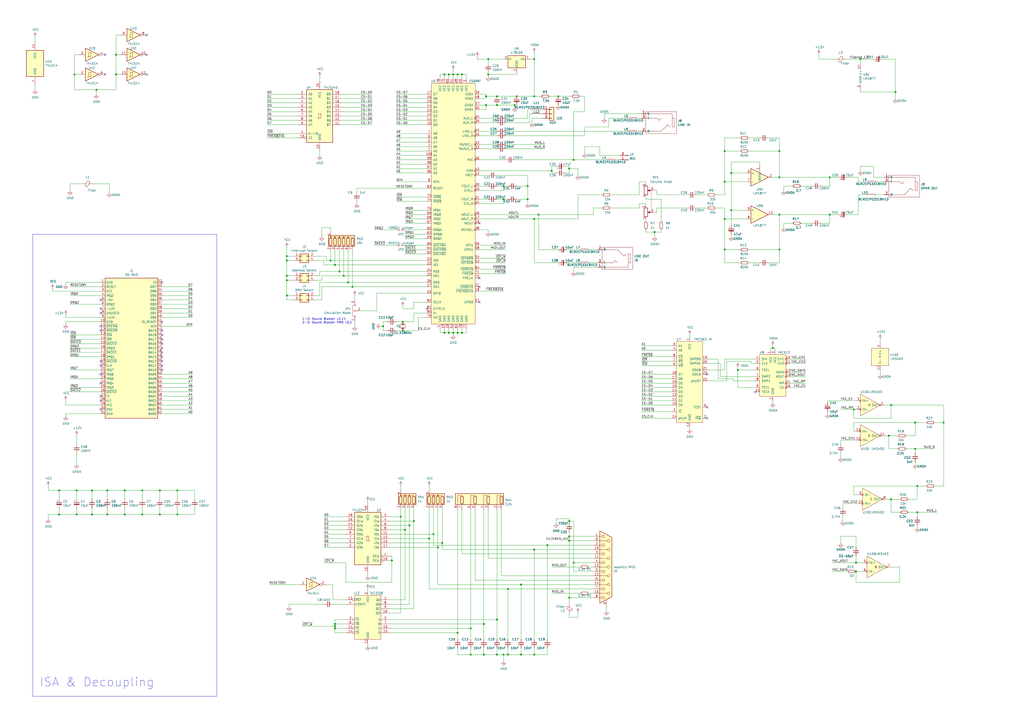
<source format=kicad_sch>
(kicad_sch (version 20230121) (generator eeschema)
  (paper "A2")
  (title_block (title "ES688 + OPL3 ISA8 Sound Card") (rev "1.1"))
  (lib_symbols
    (symbol "74xx:74LS14" (pin_names (offset 1.016))
      (property "Reference" "U" (at 0 1.27 0))
      (property "Value" "74LS14" (at 0 -1.27 0))
      (symbol "74LS14_1_0"
        (pin input line (at -7.62 0 0) (length 3.81) (name "~") (number "1"))
        (pin output inverted (at 7.62 0 180) (length 3.81) (name "~") (number "2"))
      )
      (symbol "74LS14_2_0"
        (pin input line (at -7.62 0 0) (length 3.81) (name "~") (number "3"))
        (pin output inverted (at 7.62 0 180) (length 3.81) (name "~") (number "4"))
      )
      (symbol "74LS14_3_0"
        (pin input line (at -7.62 0 0) (length 3.81) (name "~") (number "5"))
        (pin output inverted (at 7.62 0 180) (length 3.81) (name "~") (number "6"))
      )
      (symbol "74LS14_4_0"
        (pin output inverted (at 7.62 0 180) (length 3.81) (name "~") (number "8"))
        (pin input line (at -7.62 0 0) (length 3.81) (name "~") (number "9"))
      )
      (symbol "74LS14_5_0"
        (pin output inverted (at 7.62 0 180) (length 3.81) (name "~") (number "10"))
        (pin input line (at -7.62 0 0) (length 3.81) (name "~") (number "11"))
      )
      (symbol "74LS14_6_0"
        (pin output inverted (at 7.62 0 180) (length 3.81) (name "~") (number "12"))
        (pin input line (at -7.62 0 0) (length 3.81) (name "~") (number "13"))
      )
      (symbol "74LS14_7_0"
        (pin power_in line (at 0 12.7 270) (length 5.08) (name "VCC") (number "14"))
        (pin power_in line (at 0 -12.7 90) (length 5.08) (name "GND") (number "7"))
      )
    )
    (symbol "74xx:74LS244" (pin_names (offset 1.016))
      (property "Reference" "U" (at -7.62 16.51 0))
      (property "Value" "74LS244" (at -7.62 -16.51 0))
      (symbol "74LS244_1_0"
        (pin input inverted (at -12.7 -10.16 0) (length 5.08) (name "OEa") (number "1"))
        (pin power_in line (at 0 -20.32 90) (length 5.08) (name "GND") (number "10"))
        (pin input line (at -12.7 2.54 0) (length 5.08) (name "I0b") (number "11"))
        (pin tri_state line (at 12.7 5.08 180) (length 5.08) (name "O3a") (number "12"))
        (pin input line (at -12.7 0 0) (length 5.08) (name "I1b") (number "13"))
        (pin tri_state line (at 12.7 7.62 180) (length 5.08) (name "O2a") (number "14"))
        (pin input line (at -12.7 -2.54 0) (length 5.08) (name "I2b") (number "15"))
        (pin tri_state line (at 12.7 10.16 180) (length 5.08) (name "O1a") (number "16"))
        (pin input line (at -12.7 -5.08 0) (length 5.08) (name "I3b") (number "17"))
        (pin tri_state line (at 12.7 12.7 180) (length 5.08) (name "O0a") (number "18"))
        (pin input inverted (at -12.7 -12.7 0) (length 5.08) (name "OEb") (number "19"))
        (pin input line (at -12.7 12.7 0) (length 5.08) (name "I0a") (number "2"))
        (pin power_in line (at 0 20.32 270) (length 5.08) (name "VCC") (number "20"))
        (pin tri_state line (at 12.7 -5.08 180) (length 5.08) (name "O3b") (number "3"))
        (pin input line (at -12.7 10.16 0) (length 5.08) (name "I1a") (number "4"))
        (pin tri_state line (at 12.7 -2.54 180) (length 5.08) (name "O2b") (number "5"))
        (pin input line (at -12.7 7.62 0) (length 5.08) (name "I2a") (number "6"))
        (pin tri_state line (at 12.7 0 180) (length 5.08) (name "O1b") (number "7"))
        (pin input line (at -12.7 5.08 0) (length 5.08) (name "I3a") (number "8"))
        (pin tri_state line (at 12.7 2.54 180) (length 5.08) (name "O0b") (number "9"))
      )
    )
    (symbol "74xx:74LS245" (pin_names (offset 1.016))
      (property "Reference" "U" (at -7.62 16.51 0))
      (property "Value" "74LS245" (at -7.62 -16.51 0))
      (symbol "74LS245_1_0"
        (pin input line (at -12.7 -10.16 0) (length 5.08) (name "A->B") (number "1"))
        (pin power_in line (at 0 -20.32 90) (length 5.08) (name "GND") (number "10"))
        (pin tri_state line (at 12.7 -5.08 180) (length 5.08) (name "B7") (number "11"))
        (pin tri_state line (at 12.7 -2.54 180) (length 5.08) (name "B6") (number "12"))
        (pin tri_state line (at 12.7 0 180) (length 5.08) (name "B5") (number "13"))
        (pin tri_state line (at 12.7 2.54 180) (length 5.08) (name "B4") (number "14"))
        (pin tri_state line (at 12.7 5.08 180) (length 5.08) (name "B3") (number "15"))
        (pin tri_state line (at 12.7 7.62 180) (length 5.08) (name "B2") (number "16"))
        (pin tri_state line (at 12.7 10.16 180) (length 5.08) (name "B1") (number "17"))
        (pin tri_state line (at 12.7 12.7 180) (length 5.08) (name "B0") (number "18"))
        (pin input inverted (at -12.7 -12.7 0) (length 5.08) (name "CE") (number "19"))
        (pin tri_state line (at -12.7 12.7 0) (length 5.08) (name "A0") (number "2"))
        (pin power_in line (at 0 20.32 270) (length 5.08) (name "VCC") (number "20"))
        (pin tri_state line (at -12.7 10.16 0) (length 5.08) (name "A1") (number "3"))
        (pin tri_state line (at -12.7 7.62 0) (length 5.08) (name "A2") (number "4"))
        (pin tri_state line (at -12.7 5.08 0) (length 5.08) (name "A3") (number "5"))
        (pin tri_state line (at -12.7 2.54 0) (length 5.08) (name "A4") (number "6"))
        (pin tri_state line (at -12.7 0 0) (length 5.08) (name "A5") (number "7"))
        (pin tri_state line (at -12.7 -2.54 0) (length 5.08) (name "A6") (number "8"))
        (pin tri_state line (at -12.7 -5.08 0) (length 5.08) (name "A7") (number "9"))
      )
    )
    (symbol "Amplifier_Audio:LM1877" (pin_names (offset 0.127))
      (property "Reference" "U" (at 5.08 6.35 0))
      (property "Value" "LM1877" (at 5.08 3.81 0))
      (symbol "LM1877_1_1"
        (pin input line (at 0 7.62 270) (length 5.08) (name "BIAS") (number "1"))
        (pin output line (at 7.62 0 180) (length 2.54) (name "~") (number "2"))
        (pin input line (at -7.62 2.54 0) (length 2.54) (name "+") (number "6"))
        (pin input line (at -7.62 -2.54 0) (length 2.54) (name "-") (number "7"))
      )
      (symbol "LM1877_2_1"
        (pin output line (at 7.62 0 180) (length 2.54) (name "~") (number "13"))
        (pin input line (at -7.62 -2.54 0) (length 2.54) (name "-") (number "8"))
        (pin input line (at -7.62 2.54 0) (length 2.54) (name "+") (number "9"))
      )
      (symbol "LM1877_3_1"
        (pin passive line (at -2.54 -7.62 90) (length 3.81) hide (name "GND") (number "10"))
        (pin passive line (at -2.54 -7.62 90) (length 3.81) hide (name "GND") (number "11"))
        (pin passive line (at -2.54 -7.62 90) (length 3.81) hide (name "GND") (number "12"))
        (pin power_in line (at -2.54 7.62 270) (length 3.81) (name "V+") (number "14"))
        (pin power_in line (at -2.54 -7.62 90) (length 3.81) (name "GND") (number "3"))
        (pin passive line (at -2.54 -7.62 90) (length 3.81) hide (name "GND") (number "4"))
        (pin passive line (at -2.54 -7.62 90) (length 3.81) hide (name "GND") (number "5"))
      )
    )
    (symbol "Connector:Bus_ISA_8bit"
      (property "Reference" "J" (at 0 42.545 0))
      (property "Value" "Bus_ISA_8bit" (at 0 -42.545 0))
      (symbol "Bus_ISA_8bit_1_1"
        (pin power_in line (at -17.78 38.1 0) (length 2.54) (name "GND") (number "1"))
        (pin power_in line (at -17.78 15.24 0) (length 2.54) (name "GND") (number "10"))
        (pin output line (at -17.78 12.7 0) (length 2.54) (name "~{SMEMW}") (number "11"))
        (pin output line (at -17.78 10.16 0) (length 2.54) (name "~{SMEMR}") (number "12"))
        (pin output line (at -17.78 7.62 0) (length 2.54) (name "~{IOW}") (number "13"))
        (pin output line (at -17.78 5.08 0) (length 2.54) (name "~{IOR}") (number "14"))
        (pin passive line (at -17.78 2.54 0) (length 2.54) (name "~{DACK3}") (number "15"))
        (pin passive line (at -17.78 0 0) (length 2.54) (name "DRQ3") (number "16"))
        (pin passive line (at -17.78 -2.54 0) (length 2.54) (name "~{DACK1}") (number "17"))
        (pin passive line (at -17.78 -5.08 0) (length 2.54) (name "DRQ1") (number "18"))
        (pin passive line (at -17.78 -7.62 0) (length 2.54) (name "~{DACK0}") (number "19"))
        (pin output line (at -17.78 35.56 0) (length 2.54) (name "RESET") (number "2"))
        (pin output line (at -17.78 -10.16 0) (length 2.54) (name "CLK") (number "20"))
        (pin passive line (at -17.78 -12.7 0) (length 2.54) (name "IRQ7") (number "21"))
        (pin passive line (at -17.78 -15.24 0) (length 2.54) (name "IRQ6") (number "22"))
        (pin passive line (at -17.78 -17.78 0) (length 2.54) (name "IRQ5") (number "23"))
        (pin passive line (at -17.78 -20.32 0) (length 2.54) (name "IRQ4") (number "24"))
        (pin passive line (at -17.78 -22.86 0) (length 2.54) (name "IRQ3") (number "25"))
        (pin passive line (at -17.78 -25.4 0) (length 2.54) (name "~{DACK2}") (number "26"))
        (pin passive line (at -17.78 -27.94 0) (length 2.54) (name "TC") (number "27"))
        (pin output line (at -17.78 -30.48 0) (length 2.54) (name "ALE") (number "28"))
        (pin power_in line (at -17.78 -33.02 0) (length 2.54) (name "VCC") (number "29"))
        (pin power_in line (at -17.78 33.02 0) (length 2.54) (name "VCC") (number "3"))
        (pin output line (at -17.78 -35.56 0) (length 2.54) (name "OSC") (number "30"))
        (pin power_in line (at -17.78 -38.1 0) (length 2.54) (name "GND") (number "31"))
        (pin passive line (at 17.78 38.1 180) (length 2.54) (name "IO") (number "32"))
        (pin tri_state line (at 17.78 35.56 180) (length 2.54) (name "DB7") (number "33"))
        (pin tri_state line (at 17.78 33.02 180) (length 2.54) (name "DB6") (number "34"))
        (pin tri_state line (at 17.78 30.48 180) (length 2.54) (name "DB5") (number "35"))
        (pin tri_state line (at 17.78 27.94 180) (length 2.54) (name "DB4") (number "36"))
        (pin tri_state line (at 17.78 25.4 180) (length 2.54) (name "DB3") (number "37"))
        (pin tri_state line (at 17.78 22.86 180) (length 2.54) (name "DB2") (number "38"))
        (pin tri_state line (at 17.78 20.32 180) (length 2.54) (name "DB1") (number "39"))
        (pin passive line (at -17.78 30.48 0) (length 2.54) (name "IRQ2") (number "4"))
        (pin tri_state line (at 17.78 17.78 180) (length 2.54) (name "DB0") (number "40"))
        (pin passive line (at 17.78 15.24 180) (length 2.54) (name "IO_READY") (number "41"))
        (pin output line (at 17.78 12.7 180) (length 2.54) (name "AEN") (number "42"))
        (pin tri_state line (at 17.78 10.16 180) (length 2.54) (name "BA19") (number "43"))
        (pin tri_state line (at 17.78 7.62 180) (length 2.54) (name "BA18") (number "44"))
        (pin tri_state line (at 17.78 5.08 180) (length 2.54) (name "BA17") (number "45"))
        (pin tri_state line (at 17.78 2.54 180) (length 2.54) (name "BA16") (number "46"))
        (pin tri_state line (at 17.78 0 180) (length 2.54) (name "BA15") (number "47"))
        (pin tri_state line (at 17.78 -2.54 180) (length 2.54) (name "BA14") (number "48"))
        (pin tri_state line (at 17.78 -5.08 180) (length 2.54) (name "BA13") (number "49"))
        (pin power_in line (at -17.78 27.94 0) (length 2.54) (name "-5V") (number "5"))
        (pin tri_state line (at 17.78 -7.62 180) (length 2.54) (name "BA12") (number "50"))
        (pin tri_state line (at 17.78 -10.16 180) (length 2.54) (name "BA11") (number "51"))
        (pin tri_state line (at 17.78 -12.7 180) (length 2.54) (name "BA10") (number "52"))
        (pin tri_state line (at 17.78 -15.24 180) (length 2.54) (name "BA09") (number "53"))
        (pin tri_state line (at 17.78 -17.78 180) (length 2.54) (name "BA08") (number "54"))
        (pin tri_state line (at 17.78 -20.32 180) (length 2.54) (name "BA07") (number "55"))
        (pin tri_state line (at 17.78 -22.86 180) (length 2.54) (name "BA06") (number "56"))
        (pin tri_state line (at 17.78 -25.4 180) (length 2.54) (name "BA05") (number "57"))
        (pin tri_state line (at 17.78 -27.94 180) (length 2.54) (name "BA04") (number "58"))
        (pin tri_state line (at 17.78 -30.48 180) (length 2.54) (name "BA03") (number "59"))
        (pin passive line (at -17.78 25.4 0) (length 2.54) (name "DRQ2") (number "6"))
        (pin tri_state line (at 17.78 -33.02 180) (length 2.54) (name "BA02") (number "60"))
        (pin tri_state line (at 17.78 -35.56 180) (length 2.54) (name "BA01") (number "61"))
        (pin tri_state line (at 17.78 -38.1 180) (length 2.54) (name "BA00") (number "62"))
        (pin power_in line (at -17.78 22.86 0) (length 2.54) (name "-12V") (number "7"))
        (pin passive line (at -17.78 20.32 0) (length 2.54) (name "UNUSED") (number "8"))
        (pin power_in line (at -17.78 17.78 0) (length 2.54) (name "+12V") (number "9"))
      )
    )
    (symbol "Connector:Conn_01x02_Pin" (pin_names (offset 1.016) hide)
      (property "Reference" "J" (at 0 2.54 0))
      (property "Value" "Conn_01x02_Pin" (at 0 -5.08 0))
      (symbol "Conn_01x02_Pin_1_1"
        (pin passive line (at 5.08 0 180) (length 3.81) (name "Pin_1") (number "1"))
        (pin passive line (at 5.08 -2.54 180) (length 3.81) (name "Pin_2") (number "2"))
      )
    )
    (symbol "Connector:DA15_Receptacle_MountingHoles" (pin_names (offset 1.016) hide)
      (property "Reference" "J" (at 0 24.13 0))
      (property "Value" "DA15_Receptacle_MountingHoles" (at 0 22.225 0))
      (symbol "DA15_Receptacle_MountingHoles_1_1"
        (pin passive line (at 0 -22.86 90) (length 3.81) (name "PAD") (number "0"))
        (pin passive line (at -7.62 17.78 0) (length 3.81) (name "1") (number "1"))
        (pin passive line (at -7.62 10.16 0) (length 3.81) (name "P10") (number "10"))
        (pin passive line (at -7.62 5.08 0) (length 3.81) (name "P111") (number "11"))
        (pin passive line (at -7.62 0 0) (length 3.81) (name "P12") (number "12"))
        (pin passive line (at -7.62 -5.08 0) (length 3.81) (name "P13") (number "13"))
        (pin passive line (at -7.62 -10.16 0) (length 3.81) (name "P14") (number "14"))
        (pin passive line (at -7.62 -15.24 0) (length 3.81) (name "P15") (number "15"))
        (pin passive line (at -7.62 12.7 0) (length 3.81) (name "2") (number "2"))
        (pin passive line (at -7.62 7.62 0) (length 3.81) (name "3") (number "3"))
        (pin passive line (at -7.62 2.54 0) (length 3.81) (name "4") (number "4"))
        (pin passive line (at -7.62 -2.54 0) (length 3.81) (name "5") (number "5"))
        (pin passive line (at -7.62 -7.62 0) (length 3.81) (name "6") (number "6"))
        (pin passive line (at -7.62 -12.7 0) (length 3.81) (name "7") (number "7"))
        (pin passive line (at -7.62 -17.78 0) (length 3.81) (name "8") (number "8"))
        (pin passive line (at -7.62 15.24 0) (length 3.81) (name "P9") (number "9"))
      )
    )
    (symbol "Connector_Generic:Conn_01x03" (pin_names (offset 1.016) hide)
      (property "Reference" "J" (at 0 5.08 0))
      (property "Value" "Conn_01x03" (at 0 -5.08 0))
      (symbol "Conn_01x03_1_1"
        (pin passive line (at -5.08 2.54 0) (length 3.81) (name "Pin_1") (number "1"))
        (pin passive line (at -5.08 0 0) (length 3.81) (name "Pin_2") (number "2"))
        (pin passive line (at -5.08 -2.54 0) (length 3.81) (name "Pin_3") (number "3"))
      )
    )
    (symbol "Connector_Generic:Conn_02x02_Odd_Even" (pin_names (offset 1.016) hide)
      (property "Reference" "J" (at 1.27 2.54 0))
      (property "Value" "Conn_02x02_Odd_Even" (at 1.27 -5.08 0))
      (symbol "Conn_02x02_Odd_Even_1_1"
        (pin passive line (at -5.08 0 0) (length 3.81) (name "Pin_1") (number "1"))
        (pin passive line (at 7.62 0 180) (length 3.81) (name "Pin_2") (number "2"))
        (pin passive line (at -5.08 -2.54 0) (length 3.81) (name "Pin_3") (number "3"))
        (pin passive line (at 7.62 -2.54 180) (length 3.81) (name "Pin_4") (number "4"))
      )
    )
    (symbol "Device:C_Polarized_Small" (pin_numbers hide) (pin_names (offset 0.254) hide)
      (property "Reference" "C" (at 0.254 1.778 0))
      (property "Value" "C_Polarized_Small" (at 0.254 -2.032 0))
      (symbol "C_Polarized_Small_1_1"
        (pin passive line (at 0 2.54 270) (length 1.8542) (name "~") (number "1"))
        (pin passive line (at 0 -2.54 90) (length 1.8542) (name "~") (number "2"))
      )
    )
    (symbol "Device:C_Small" (pin_numbers hide) (pin_names (offset 0.254) hide)
      (property "Reference" "C" (at 0.254 1.778 0))
      (property "Value" "C_Small" (at 0.254 -2.032 0))
      (symbol "C_Small_1_1"
        (pin passive line (at 0 2.54 270) (length 2.032) (name "~") (number "1"))
        (pin passive line (at 0 -2.54 90) (length 2.032) (name "~") (number "2"))
      )
    )
    (symbol "Device:Crystal_Small" (pin_numbers hide) (pin_names (offset 1.016) hide)
      (property "Reference" "Y" (at 0 2.54 0))
      (property "Value" "Crystal_Small" (at 0 -2.54 0))
      (symbol "Crystal_Small_1_1"
        (pin passive line (at -2.54 0 0) (length 1.27) (name "1") (number "1"))
        (pin passive line (at 2.54 0 180) (length 1.27) (name "2") (number "2"))
      )
    )
    (symbol "Device:FerriteBead_Small" (pin_numbers hide) (pin_names (offset 0))
      (property "Reference" "FB" (at 1.905 1.27 0))
      (property "Value" "FerriteBead_Small" (at 1.905 -1.27 0))
      (symbol "FerriteBead_Small_1_1"
        (pin passive line (at 0 2.54 270) (length 1.27) (name "~") (number "1"))
        (pin passive line (at 0 -2.54 90) (length 1.27) (name "~") (number "2"))
      )
    )
    (symbol "Device:L_Small" (pin_numbers hide) (pin_names (offset 0.254) hide)
      (property "Reference" "L" (at 0.762 1.016 0))
      (property "Value" "L_Small" (at 0.762 -1.016 0))
      (symbol "L_Small_1_1"
        (pin passive line (at 0 2.54 270) (length 0.508) (name "~") (number "1"))
        (pin passive line (at 0 -2.54 90) (length 0.508) (name "~") (number "2"))
      )
    )
    (symbol "Device:R_Network04" (pin_names (offset 0) hide)
      (property "Reference" "RN" (at -7.62 0 90))
      (property "Value" "R_Network04" (at 5.08 0 90))
      (symbol "R_Network04_1_1"
        (pin passive line (at -5.08 5.08 270) (length 2.54) (name "common") (number "1"))
        (pin passive line (at -5.08 -5.08 90) (length 1.27) (name "R1") (number "2"))
        (pin passive line (at -2.54 -5.08 90) (length 1.27) (name "R2") (number "3"))
        (pin passive line (at 0 -5.08 90) (length 1.27) (name "R3") (number "4"))
        (pin passive line (at 2.54 -5.08 90) (length 1.27) (name "R4") (number "5"))
      )
    )
    (symbol "Device:R_Network06" (pin_names (offset 0) hide)
      (property "Reference" "RN" (at -10.16 0 90))
      (property "Value" "R_Network06" (at 7.62 0 90))
      (symbol "R_Network06_1_1"
        (pin passive line (at -7.62 5.08 270) (length 2.54) (name "common") (number "1"))
        (pin passive line (at -7.62 -5.08 90) (length 1.27) (name "R1") (number "2"))
        (pin passive line (at -5.08 -5.08 90) (length 1.27) (name "R2") (number "3"))
        (pin passive line (at -2.54 -5.08 90) (length 1.27) (name "R3") (number "4"))
        (pin passive line (at 0 -5.08 90) (length 1.27) (name "R4") (number "5"))
        (pin passive line (at 2.54 -5.08 90) (length 1.27) (name "R5") (number "6"))
        (pin passive line (at 5.08 -5.08 90) (length 1.27) (name "R6") (number "7"))
      )
    )
    (symbol "Device:R_Pack04_SIP" (pin_names (offset 0) hide)
      (property "Reference" "RN" (at -15.24 0 90))
      (property "Value" "R_Pack04_SIP" (at 15.24 0 90))
      (symbol "R_Pack04_SIP_1_1"
        (pin passive line (at -12.7 -5.08 90) (length 3.81) (name "R1.1") (number "1"))
        (pin passive line (at -10.16 -5.08 90) (length 3.81) (name "R1.2") (number "2"))
        (pin passive line (at -5.08 -5.08 90) (length 3.81) (name "R2.1") (number "3"))
        (pin passive line (at -2.54 -5.08 90) (length 3.81) (name "R2.2") (number "4"))
        (pin passive line (at 2.54 -5.08 90) (length 3.81) (name "R3.1") (number "5"))
        (pin passive line (at 5.08 -5.08 90) (length 3.81) (name "R3.2") (number "6"))
        (pin passive line (at 10.16 -5.08 90) (length 3.81) (name "R4.1") (number "7"))
        (pin passive line (at 12.7 -5.08 90) (length 3.81) (name "R4.2") (number "8"))
      )
    )
    (symbol "Device:R_Potentiometer_Dual" (pin_names (offset 1.016) hide)
      (property "Reference" "RV" (at 0 3.81 0))
      (property "Value" "R_Potentiometer_Dual" (at 0 1.905 0))
      (symbol "R_Potentiometer_Dual_1_1"
        (pin passive line (at -10.16 -2.54 0) (length 1.27) (name "1") (number "1"))
        (pin passive line (at -6.35 2.54 270) (length 2.54) (name "2") (number "2"))
        (pin passive line (at -2.54 -2.54 180) (length 1.27) (name "3") (number "3"))
        (pin passive line (at 2.54 -2.54 0) (length 1.27) (name "4") (number "4"))
        (pin passive line (at 6.35 2.54 270) (length 2.54) (name "5") (number "5"))
        (pin passive line (at 10.16 -2.54 180) (length 1.27) (name "6") (number "6"))
      )
    )
    (symbol "Device:R_Small" (pin_numbers hide) (pin_names (offset 0.254) hide)
      (property "Reference" "R" (at 0.762 0.508 0))
      (property "Value" "R_Small" (at 0.762 -1.016 0))
      (symbol "R_Small_1_1"
        (pin passive line (at 0 2.54 270) (length 0.762) (name "~") (number "1"))
        (pin passive line (at 0 -2.54 90) (length 0.762) (name "~") (number "2"))
      )
    )
    (symbol "ISA_ES688-rescue:JACK_TRS_3PINS-my_components" (pin_names (offset 0.762))
      (property "Reference" "P" (at 0 7.62 0))
      (property "Value" "my_components_JACK_TRS_3PINS" (at 0 -7.62 0))
      (symbol "JACK_TRS_3PINS-my_components_1_1"
        (pin passive line (at 11.43 -5.08 180) (length 2.54) (name "S") (number "1"))
        (pin passive line (at 11.43 5.08 180) (length 2.54) (name "R") (number "2"))
        (pin passive line (at 11.43 -2.54 180) (length 2.54) (name "T") (number "3"))
      )
    )
    (symbol "ISA_ES688-rescue:Jumper_NO_Small-Device" (pin_numbers hide) (pin_names (offset 0.762) hide)
      (property "Reference" "JP" (at 0 2.032 0))
      (property "Value" "Device_Jumper_NO_Small" (at 0.254 -1.524 0))
      (symbol "Jumper_NO_Small-Device_0_1"
        (pin passive line (at -2.54 0 0) (length 1.016) (name "1") (number "1"))
        (pin passive line (at 2.54 0 180) (length 1.016) (name "2") (number "2"))
      )
    )
    (symbol "Jumper:Jumper_3_Open" (pin_names (offset 0) hide)
      (property "Reference" "JP" (at -2.54 -2.54 0))
      (property "Value" "Jumper_3_Open" (at 0 2.794 0))
      (symbol "Jumper_3_Open_1_1"
        (pin passive line (at -6.35 0 0) (length 2.54) (name "A") (number "1"))
        (pin passive line (at 0 -3.81 90) (length 2.54) (name "C") (number "2"))
        (pin passive line (at 6.35 0 180) (length 2.54) (name "B") (number "3"))
      )
    )
    (symbol "Regulator_Linear:L78L05_TO92" (pin_names (offset 0.254))
      (property "Reference" "U" (at -3.81 3.175 0))
      (property "Value" "L78L05_TO92" (at 0 3.175 0))
      (symbol "L78L05_TO92_1_1"
        (pin power_out line (at 7.62 0 180) (length 2.54) (name "VO") (number "1"))
        (pin power_in line (at 0 -7.62 90) (length 2.54) (name "GND") (number "2"))
        (pin power_in line (at -7.62 0 0) (length 2.54) (name "VI") (number "3"))
      )
    )
    (symbol "custom_components:ES688F" (pin_names (offset 1.016))
      (property "Reference" "U" (at -11.43 73.66 0))
      (property "Value" "ES688F" (at 1.27 0 90))
      (symbol "ES688F_1_1"
        (pin input line (at -15.24 33.02 0) (length 2.54) (name "A5") (number "1"))
        (pin bidirectional line (at -15.24 48.26 0) (length 2.54) (name "D0") (number "10"))
        (pin input line (at -15.24 30.48 0) (length 2.54) (name "A4") (number "100"))
        (pin bidirectional line (at -15.24 50.8 0) (length 2.54) (name "D1") (number "11"))
        (pin bidirectional line (at -15.24 53.34 0) (length 2.54) (name "D2") (number "12"))
        (pin bidirectional line (at -15.24 55.88 0) (length 2.54) (name "D3") (number "13"))
        (pin bidirectional line (at -15.24 58.42 0) (length 2.54) (name "D4") (number "14"))
        (pin bidirectional line (at -15.24 60.96 0) (length 2.54) (name "D5") (number "15"))
        (pin bidirectional line (at -15.24 63.5 0) (length 2.54) (name "D6") (number "16"))
        (pin bidirectional line (at -15.24 66.04 0) (length 2.54) (name "D7") (number "17"))
        (pin output line (at 15.24 -48.26 180) (length 2.54) (name "~{FMENB245}") (number "18"))
        (pin power_in line (at -5.08 -69.85 90) (length 2.54) (name "GND") (number "19"))
        (pin input line (at -15.24 35.56 0) (length 2.54) (name "A6") (number "2"))
        (pin power_in line (at 5.08 74.93 270) (length 2.54) (name "VCC") (number "20"))
        (pin output line (at 15.24 -45.72 180) (length 2.54) (name "~{ENB245}") (number "21"))
        (pin input line (at -15.24 -30.48 0) (length 2.54) (name "IS0") (number "22"))
        (pin input line (at -15.24 -33.02 0) (length 2.54) (name "IS1") (number "23"))
        (pin input line (at -15.24 -36.83 0) (length 2.54) (name "AS0") (number "24"))
        (pin input line (at -15.24 -39.37 0) (length 2.54) (name "AS1") (number "25"))
        (pin input line (at -15.24 -43.18 0) (length 2.54) (name "DS0") (number "26"))
        (pin input line (at -15.24 -45.72 0) (length 2.54) (name "DS1") (number "27"))
        (pin power_in line (at 2.54 74.93 270) (length 2.54) (name "VCC") (number "28"))
        (pin power_in line (at -2.54 -69.85 90) (length 2.54) (name "GND") (number "29"))
        (pin power_in line (at 7.62 74.93 270) (length 2.54) (name "VCC") (number "3"))
        (pin output non_logic (at 15.24 12.7 180) (length 2.54) (name "FOUT_L") (number "30"))
        (pin output non_logic (at 15.24 5.08 180) (length 2.54) (name "FOUT_R") (number "31"))
        (pin input non_logic (at 15.24 36.83 180) (length 2.54) (name "MUSIC_L") (number "32"))
        (pin input non_logic (at 15.24 34.29 180) (length 2.54) (name "MUSIC_R") (number "33"))
        (pin input non_logic (at 15.24 52.07 180) (length 2.54) (name "AUX_L") (number "34"))
        (pin input non_logic (at 15.24 49.53 180) (length 2.54) (name "AUX_R") (number "35"))
        (pin input non_logic (at 15.24 27.94 180) (length 2.54) (name "MIC") (number "36"))
        (pin power_in line (at 15.24 59.69 180) (length 2.54) (name "GNDA") (number "37"))
        (pin input non_logic (at 15.24 -12.7 180) (length 2.54) (name "REFSEL") (number "38"))
        (pin power_in line (at 15.24 66.04 180) (length 2.54) (name "VDDA") (number "39"))
        (pin power_in line (at -7.62 -69.85 90) (length 2.54) (name "GND") (number "4"))
        (pin input non_logic (at 15.24 10.16 180) (length 2.54) (name "CIN_L") (number "40"))
        (pin input non_logic (at 15.24 2.54 180) (length 2.54) (name "CIN_R") (number "41"))
        (pin output non_logic (at 15.24 19.05 180) (length 2.54) (name "VREF") (number "42"))
        (pin output non_logic (at 15.24 21.59 180) (length 2.54) (name "CMR") (number "43"))
        (pin input non_logic (at 15.24 44.45 180) (length 2.54) (name "LINE_L") (number "44"))
        (pin input non_logic (at 15.24 41.91 180) (length 2.54) (name "LINE_R") (number "45"))
        (pin output non_logic (at 15.24 -3.81 180) (length 2.54) (name "AOUT_L") (number "46"))
        (pin output non_logic (at 15.24 -6.35 180) (length 2.54) (name "AOUT_R") (number "47"))
        (pin power_in line (at 15.24 63.5 180) (length 2.54) (name "VDDA") (number "48"))
        (pin output non_logic (at 15.24 -8.89 180) (length 2.54) (name "MOUT") (number "49"))
        (pin input line (at -15.24 38.1 0) (length 2.54) (name "A7") (number "5"))
        (pin power_in line (at 15.24 57.15 180) (length 2.54) (name "GNDA") (number "50"))
        (pin power_in line (at 0 74.93 270) (length 2.54) (name "VCC") (number "51"))
        (pin power_in line (at 0 -69.85 90) (length 2.54) (name "GND") (number "52"))
        (pin output line (at 15.24 -31.75 180) (length 2.54) (name "~{JOYRDB}") (number "53"))
        (pin output line (at 15.24 -29.21 180) (length 2.54) (name "~{JOYWRB}") (number "54"))
        (pin input line (at -15.24 -49.53 0) (length 2.54) (name "GPI0") (number "55"))
        (pin input line (at 15.24 -21.59 180) (length 2.54) (name "GPI1") (number "56"))
        (pin output line (at 15.24 -54.61 180) (length 2.54) (name "GPO0") (number "57"))
        (pin output line (at 15.24 -24.13 180) (length 2.54) (name "GPO1") (number "58"))
        (pin output line (at -15.24 -17.78 0) (length 2.54) (name "DRQC") (number "59"))
        (pin input line (at -15.24 40.64 0) (length 2.54) (name "A8") (number "6"))
        (pin power_in line (at -2.54 74.93 270) (length 2.54) (name "VCC") (number "60"))
        (pin power_in line (at 2.54 -69.85 90) (length 2.54) (name "GND") (number "61"))
        (pin tri_state line (at -15.24 -26.67 0) (length 2.54) (name "~{DACKBC}") (number "62"))
        (pin output line (at -15.24 -15.24 0) (length 2.54) (name "DRQB") (number "63"))
        (pin tri_state line (at -15.24 -24.13 0) (length 2.54) (name "~{DACKBB}") (number "64"))
        (pin output line (at -15.24 -12.7 0) (length 2.54) (name "DRQA") (number "65"))
        (pin tri_state line (at -15.24 -21.59 0) (length 2.54) (name "~{DACKBA}") (number "66"))
        (pin tri_state line (at -15.24 -8.89 0) (length 2.54) (name "IRQD") (number "67"))
        (pin tri_state line (at -15.24 -6.35 0) (length 2.54) (name "IRQC") (number "68"))
        (pin tri_state line (at -15.24 -3.81 0) (length 2.54) (name "IRQB") (number "69"))
        (pin input line (at -15.24 43.18 0) (length 2.54) (name "A9") (number "7"))
        (pin tri_state line (at -15.24 -1.27 0) (length 2.54) (name "IRQA") (number "70"))
        (pin output line (at 15.24 -38.1 180) (length 2.54) (name "~{FMCSB}") (number "71"))
        (pin output line (at 15.24 -40.64 180) (length 2.54) (name "FMCLK") (number "72"))
        (pin input line (at -15.24 6.35 0) (length 2.54) (name "~{IORB}") (number "73"))
        (pin input line (at -15.24 3.81 0) (length 2.54) (name "~{IOWB}") (number "74"))
        (pin power_in line (at -5.08 74.93 270) (length 2.54) (name "VCC") (number "75"))
        (pin power_in line (at 5.08 -69.85 90) (length 2.54) (name "GND") (number "76"))
        (pin power_in line (at 7.62 -69.85 90) (length 2.54) (name "GND") (number "77"))
        (pin power_in line (at -7.62 74.93 270) (length 2.54) (name "VCC") (number "78"))
        (pin output line (at -15.24 -63.5 0) (length 2.54) (name "XO") (number "79"))
        (pin input line (at -15.24 15.24 0) (length 2.54) (name "AEN") (number "8"))
        (pin input line (at -15.24 -60.96 0) (length 2.54) (name "XI") (number "80"))
        (pin input line (at -15.24 -58.42 0) (length 2.54) (name "EXTCLK") (number "81"))
        (pin input line (at -15.24 -54.61 0) (length 2.54) (name "SCLK") (number "82"))
        (pin input line (at -15.24 11.43 0) (length 2.54) (name "RESET") (number "83"))
        (pin output line (at 15.24 -35.56 180) (length 2.54) (name "~{FMRSTB}") (number "84"))
        (pin input line (at -15.24 20.32 0) (length 2.54) (name "A0") (number "96"))
        (pin input line (at -15.24 22.86 0) (length 2.54) (name "A1") (number "97"))
        (pin input line (at -15.24 25.4 0) (length 2.54) (name "A2") (number "98"))
        (pin input line (at -15.24 27.94 0) (length 2.54) (name "A3") (number "99"))
      )
    )
    (symbol "custom_components:LM3403" (pin_names (offset 1.016))
      (property "Reference" "U" (at -3.81 7.62 0))
      (property "Value" "LM3403" (at 8.89 -6.35 0))
      (symbol "LM3403_1_0"
        (text "A" (at 0 0 0) (effects (font (size 1.27 1.27))))
      )
      (symbol "LM3403_1_1"
        (pin output non_logic (at 8.89 0 180) (length 2.54) (name "OUT") (number "1"))
        (pin input non_logic (at -7.62 -2.54 0) (length 2.54) (name "IN-") (number "2"))
        (pin input non_logic (at -7.62 2.54 0) (length 2.54) (name "IN+") (number "3"))
      )
      (symbol "LM3403_2_0"
        (text "B" (at 0 0 0) (effects (font (size 1.27 1.27))))
      )
      (symbol "LM3403_2_1"
        (pin input non_logic (at -7.62 2.54 0) (length 2.54) (name "IN+") (number "5"))
        (pin input non_logic (at -7.62 -2.54 0) (length 2.54) (name "IN-") (number "6"))
        (pin output non_logic (at 8.89 0 180) (length 2.54) (name "OUT") (number "7"))
      )
      (symbol "LM3403_3_0"
        (text "C" (at 0 0 0) (effects (font (size 1.27 1.27))))
      )
      (symbol "LM3403_3_1"
        (pin input non_logic (at -7.62 2.54 0) (length 2.54) (name "IN+") (number "10"))
        (pin output non_logic (at 8.89 0 180) (length 2.54) (name "OUT") (number "8"))
        (pin input non_logic (at -7.62 -2.54 0) (length 2.54) (name "IN-") (number "9"))
      )
      (symbol "LM3403_4_0"
        (text "D" (at 0 0 0) (effects (font (size 1.27 1.27))))
      )
      (symbol "LM3403_4_1"
        (pin input non_logic (at -7.62 2.54 0) (length 2.54) (name "IN+") (number "12"))
        (pin input non_logic (at -7.62 -2.54 0) (length 2.54) (name "IN-") (number "13"))
        (pin output non_logic (at 8.89 0 180) (length 2.54) (name "OUT") (number "14"))
      )
      (symbol "LM3403_5_0"
        (text "E" (at 0 0 0) (effects (font (size 1.27 1.27))))
      )
      (symbol "LM3403_5_1"
        (pin power_in line (at 0 -7.62 90) (length 2.54) (name "V-") (number "11"))
        (pin power_in line (at 0 7.62 270) (length 2.54) (name "V+") (number "4"))
      )
    )
    (symbol "custom_components:NE558" (pin_names (offset 0.254))
      (property "Reference" "U" (at -7.62 19.05 0))
      (property "Value" "NE558" (at -3.81 3.81 0))
      (symbol "NE558_0_0"
        (pin power_in line (at 0 -10.16 90) (length 2.54) (name "GND") (number "12"))
      )
      (symbol "NE558_0_1"
        (pin power_in line (at 0 20.32 270) (length 2.54) (name "VCC") (number "5"))
      )
      (symbol "NE558_1_1"
        (pin output line (at 12.7 15.24 180) (length 5.08) (name "QA") (number "1"))
        (pin input line (at 12.7 -1.27 180) (length 5.08) (name "C") (number "10"))
        (pin input inverted (at -12.7 -1.27 0) (length 5.08) (name "~{TC}") (number "11"))
        (pin input inverted (at -12.7 15.24 0) (length 5.08) (name "~{RST}") (number "13"))
        (pin input inverted (at -12.7 -3.81 0) (length 5.08) (name "~{TD}") (number "14"))
        (pin input line (at 12.7 -3.81 180) (length 5.08) (name "D") (number "15"))
        (pin output line (at 12.7 7.62 180) (length 5.08) (name "QD") (number "16"))
        (pin input line (at 12.7 3.81 180) (length 5.08) (name "A") (number "2"))
        (pin input inverted (at -12.7 3.81 0) (length 5.08) (name "~{TA}") (number "3"))
        (pin passive line (at -12.7 12.7 0) (length 5.08) (name "CONTV") (number "4"))
        (pin input inverted (at -12.7 1.27 0) (length 5.08) (name "~{TB}") (number "6"))
        (pin input line (at 12.7 1.27 180) (length 5.08) (name "B") (number "7"))
        (pin output line (at 12.7 12.7 180) (length 5.08) (name "QB") (number "8"))
        (pin output line (at 12.7 10.16 180) (length 5.08) (name "QC") (number "9"))
      )
    )
    (symbol "custom_components:YAC512" (pin_names (offset 1.016))
      (property "Reference" "U" (at -6.35 12.7 0))
      (property "Value" "YAC512" (at 0 0 90))
      (symbol "YAC512_1_1"
        (pin power_in line (at -1.27 13.97 270) (length 2.54) (name "VCC") (number "1"))
        (pin output non_logic (at 10.16 8.89 180) (length 2.54) (name "CH1") (number "10"))
        (pin output non_logic (at 10.16 6.35 180) (length 2.54) (name "CH2") (number "11"))
        (pin input non_logic (at 10.16 1.27 180) (length 2.54) (name "SWIN") (number "12"))
        (pin output non_logic (at 10.16 -1.27 180) (length 2.54) (name "AOUT") (number "13"))
        (pin input non_logic (at 10.16 -5.08 180) (length 2.54) (name "MP") (number "14"))
        (pin output line (at -10.16 -10.16 0) (length 2.54) (name "TST2") (number "15"))
        (pin output non_logic (at 10.16 -7.62 180) (length 2.54) (name "CV") (number "16"))
        (pin power_in line (at 0 -15.24 90) (length 2.54) (name "GND") (number "2"))
        (pin power_in line (at 1.27 13.97 270) (length 2.54) (name "VCC") (number "3"))
        (pin input line (at -10.16 8.89 0) (length 2.54) (name "DIN") (number "4"))
        (pin input line (at -10.16 6.35 0) (length 2.54) (name "CLK") (number "5"))
        (pin input line (at -10.16 2.54 0) (length 2.54) (name "FSEL") (number "6"))
        (pin input line (at -10.16 -1.27 0) (length 2.54) (name "SMP2") (number "7"))
        (pin input line (at -10.16 -3.81 0) (length 2.54) (name "SMP1") (number "8"))
        (pin input line (at -10.16 -7.62 0) (length 2.54) (name "TST1") (number "9"))
      )
    )
    (symbol "custom_components:YMF262-M" (pin_names (offset 1.016))
      (property "Reference" "U" (at 5.08 22.86 0))
      (property "Value" "YMF262-M" (at 0 -5.08 90))
      (symbol "YMF262-M_1_1"
        (pin power_in line (at 0 24.13 270) (length 2.54) (name "VCC") (number "1"))
        (pin bidirectional line (at -10.16 -15.24 0) (length 2.54) (name "D0") (number "10"))
        (pin bidirectional line (at -10.16 -12.7 0) (length 2.54) (name "D1") (number "11"))
        (pin power_in line (at 0 -27.94 90) (length 2.54) (name "GND") (number "12"))
        (pin bidirectional line (at -10.16 -10.16 0) (length 2.54) (name "D2") (number "13"))
        (pin bidirectional line (at -10.16 -7.62 0) (length 2.54) (name "D3") (number "14"))
        (pin bidirectional line (at -10.16 -5.08 0) (length 2.54) (name "D4") (number "15"))
        (pin bidirectional line (at -10.16 -2.54 0) (length 2.54) (name "D5") (number "16"))
        (pin bidirectional line (at -10.16 0 0) (length 2.54) (name "D6") (number "17"))
        (pin bidirectional line (at -10.16 2.54 0) (length 2.54) (name "D7") (number "18"))
        (pin output line (at 10.16 11.43 180) (length 2.54) (name "SMPBD") (number "19"))
        (pin open_collector line (at 10.16 -22.86 180) (length 2.54) (name "~{IRQ}") (number "2"))
        (pin output line (at 10.16 8.89 180) (length 2.54) (name "SMPAC") (number "20"))
        (pin output line (at 10.16 5.08 180) (length 2.54) (name "DOAB") (number "21"))
        (pin output line (at 10.16 2.54 180) (length 2.54) (name "DOCD") (number "22"))
        (pin output line (at 10.16 -1.27 180) (length 2.54) (name "phySY") (number "23"))
        (pin input line (at -10.16 -22.86 0) (length 2.54) (name "phyM") (number "24"))
        (pin input line (at -10.16 -19.05 0) (length 2.54) (name "~{IC}") (number "3"))
        (pin input line (at -10.16 16.51 0) (length 2.54) (name "A0") (number "4"))
        (pin input line (at -10.16 19.05 0) (length 2.54) (name "A1") (number "5"))
        (pin input line (at -10.16 7.62 0) (length 2.54) (name "~{WR}") (number "6"))
        (pin input line (at -10.16 10.16 0) (length 2.54) (name "~{RD}") (number "7"))
        (pin input line (at -10.16 12.7 0) (length 2.54) (name "~{CS}") (number "8"))
        (pin output line (at 10.16 -16.51 180) (length 2.54) (name "TEST") (number "9"))
      )
    )
    (symbol "power:+12V" (power) (pin_names (offset 0))
      (property "Value" "+12V" (at 0 3.556 0))
      (symbol "+12V_1_1"
        (pin power_in line (at 0 0 90) (length 0) hide (name "+12V") (number "1"))
      )
    )
    (symbol "power:GND" (power) (pin_names (offset 0))
      (property "Value" "GND" (at 0 -3.81 0))
      (symbol "GND_1_1"
        (pin power_in line (at 0 0 270) (length 0) hide (name "GND") (number "1"))
      )
    )
    (symbol "power:GNDA" (power) (pin_names (offset 0))
      (property "Value" "GNDA" (at 0 -3.81 0))
      (symbol "GNDA_1_1"
        (pin power_in line (at 0 0 270) (length 0) hide (name "GNDA") (number "1"))
      )
    )
    (symbol "power:VCC" (power) (pin_names (offset 0))
      (property "Value" "VCC" (at 0 3.81 0))
      (symbol "VCC_1_1"
        (pin power_in line (at 0 0 90) (length 0) hide (name "VCC") (number "1"))
      )
    )
    (symbol "power:VDDA" (power) (pin_names (offset 0))
      (property "Value" "VDDA" (at 0 3.81 0))
      (symbol "VDDA_1_1"
        (pin power_in line (at 0 0 90) (length 0) hide (name "VDDA") (number "1"))
      )
    )
  )
  (junction (at 515.62 252.73))
  (junction (at 82.55 298.45))
  (junction (at 237.49 304.8))
  (junction (at 292.1 115.57))
  (junction (at 320.04 99.06))
  (junction (at 166.37 160.02))
  (junction (at 306.07 115.57))
  (junction (at 44.45 298.45))
  (junction (at 332.74 92.71))
  (junction (at 306.07 107.95))
  (junction (at 452.12 87.63))
  (junction (at 227.33 325.12))
  (junction (at 532.13 297.18))
  (junction (at 420.37 127))
  (junction (at 44.45 284.48))
  (junction (at 420.37 87.63))
  (junction (at 267.97 193.04))
  (junction (at 82.55 284.48))
  (junction (at 292.1 107.95))
  (junction (at 312.42 124.46))
  (junction (at 166.37 148.59))
  (junction (at 281.94 55.88))
  (junction (at 72.39 298.45))
  (junction (at 495.3 237.49))
  (junction (at 292.1 379.73))
  (junction (at 330.2 313.69))
  (junction (at 309.88 55.88))
  (junction (at 519.43 53.34))
  (junction (at 233.68 186.69))
  (junction (at 273.05 364.49))
  (junction (at 67.31 31.75))
  (junction (at 166.37 171.45))
  (junction (at 496.57 331.47))
  (junction (at 254 317.5))
  (junction (at 194.31 363.22))
  (junction (at 452.12 144.78))
  (junction (at 265.43 43.18))
  (junction (at 420.37 105.41))
  (junction (at 194.31 364.49))
  (junction (at 298.45 60.96))
  (junction (at 330.2 97.79))
  (junction (at 267.97 43.18))
  (junction (at 199.39 160.02))
  (junction (at 43.18 43.18))
  (junction (at 201.93 163.83))
  (junction (at 191.77 151.13))
  (junction (at 92.71 284.48))
  (junction (at 288.29 60.96))
  (junction (at 309.88 127))
  (junction (at 281.94 60.96))
  (junction (at 499.11 34.29))
  (junction (at 273.05 379.73))
  (junction (at 317.5 316.23))
  (junction (at 294.64 379.73))
  (junction (at 234.95 307.34))
  (junction (at 260.35 193.04))
  (junction (at 496.57 326.39))
  (junction (at 288.29 55.88))
  (junction (at 283.21 43.18))
  (junction (at 166.37 162.56))
  (junction (at 452.12 102.87))
  (junction (at 62.23 298.45))
  (junction (at 323.85 55.88))
  (junction (at 481.33 102.87))
  (junction (at 547.37 245.11))
  (junction (at 448.31 201.93))
  (junction (at 427.99 214.63))
  (junction (at 452.12 124.46))
  (junction (at 102.87 298.45))
  (junction (at 280.67 361.95))
  (junction (at 481.33 124.46))
  (junction (at 302.26 379.73))
  (junction (at 530.86 260.35))
  (junction (at 379.73 134.62))
  (junction (at 53.34 298.45))
  (junction (at 194.31 153.67))
  (junction (at 288.29 379.73))
  (junction (at 330.2 311.15))
  (junction (at 34.29 284.48))
  (junction (at 299.72 55.88))
  (junction (at 309.88 379.73))
  (junction (at 330.2 302.26))
  (junction (at 530.86 245.11))
  (junction (at 256.54 314.96))
  (junction (at 196.85 157.48))
  (junction (at 516.89 234.95))
  (junction (at 288.29 359.41))
  (junction (at 294.64 341.63))
  (junction (at 67.31 43.18))
  (junction (at 55.88 52.07))
  (junction (at 532.13 281.94))
  (junction (at 262.89 43.18))
  (junction (at 222.25 189.23))
  (junction (at 280.67 379.73))
  (junction (at 424.18 121.92))
  (junction (at 420.37 144.78))
  (junction (at 53.34 284.48))
  (junction (at 34.29 298.45))
  (junction (at 332.74 326.39))
  (junction (at 257.81 193.04))
  (junction (at 516.89 289.56))
  (junction (at 251.46 309.88))
  (junction (at 92.71 298.45))
  (junction (at 260.35 43.18))
  (junction (at 248.92 312.42))
  (junction (at 262.89 193.04))
  (junction (at 72.39 284.48))
  (junction (at 233.68 191.77))
  (junction (at 166.37 151.13))
  (junction (at 309.88 34.29))
  (junction (at 309.88 318.77))
  (junction (at 330.2 346.71))
  (junction (at 240.03 302.26))
  (junction (at 102.87 284.48))
  (junction (at 62.23 284.48))
  (junction (at 204.47 166.37))
  (junction (at 424.18 100.33))
  (junction (at 257.81 43.18))
  (junction (at 194.31 361.95))
  (junction (at 265.43 367.03))
  (junction (at 283.21 34.29))
  (junction (at 302.26 339.09))
  (junction (at 265.43 193.04))
  (junction (at 232.41 299.72))
  (no_connect (at 85.09 43.18))
  (no_connect (at 58.42 189.23))
  (no_connect (at 410.21 236.22))
  (no_connect (at 278.13 161.29))
  (no_connect (at 93.98 163.83))
  (no_connect (at 93.98 214.63))
  (no_connect (at 438.15 227.33))
  (no_connect (at 410.21 217.17))
  (no_connect (at 58.42 237.49))
  (no_connect (at 93.98 204.47))
  (no_connect (at 58.42 232.41))
  (no_connect (at 247.65 179.07))
  (no_connect (at 58.42 181.61))
  (no_connect (at 93.98 199.39))
  (no_connect (at 60.96 31.75))
  (no_connect (at 93.98 194.31))
  (no_connect (at 278.13 175.26))
  (no_connect (at 85.09 31.75))
  (no_connect (at 93.98 191.77))
  (no_connect (at 93.98 209.55))
  (no_connect (at 93.98 212.09))
  (no_connect (at 58.42 209.55))
  (no_connect (at 93.98 207.01))
  (no_connect (at 58.42 222.25))
  (no_connect (at 93.98 186.69))
  (no_connect (at 58.42 179.07))
  (no_connect (at 85.09 20.32))
  (no_connect (at 93.98 201.93))
  (no_connect (at 410.21 242.57))
  (no_connect (at 58.42 212.09))
  (no_connect (at 60.96 43.18))
  (no_connect (at 278.13 166.37))
  (no_connect (at 58.42 191.77))
  (no_connect (at 58.42 229.87))
  (no_connect (at 278.13 129.54))
  (no_connect (at 93.98 196.85))
  (no_connect (at 58.42 217.17))
  (no_connect (at 58.42 173.99))
  (wire (pts (xy 92.71 294.64) (xy 92.71 298.45)))
  (wire (pts (xy 40.64 106.68) (xy 40.64 110.49)))
  (wire (pts (xy 34.29 284.48) (xy 44.45 284.48)))
  (wire (pts (xy 58.42 214.63) (xy 40.64 214.63)))
  (wire (pts (xy 317.5 316.23) (xy 317.5 370.84)))
  (wire (pts (xy 532.13 304.8) (xy 532.13 306.07)))
  (wire (pts (xy 341.63 144.78) (xy 346.71 144.78)))
  (wire (pts (xy 265.43 375.92) (xy 265.43 379.73)))
  (wire (pts (xy 356.87 92.71) (xy 359.41 92.71)))
  (wire (pts (xy 69.85 31.75) (xy 67.31 31.75)))
  (wire (pts (xy 374.65 115.57) (xy 374.65 114.3)))
  (wire (pts (xy 335.28 358.14) (xy 335.28 355.6)))
  (wire (pts (xy 58.42 224.79) (xy 40.64 224.79)))
  (wire (pts (xy 323.85 55.88) (xy 331.47 55.88)))
  (wire (pts (xy 247.65 170.18) (xy 218.44 170.18)))
  (wire (pts (xy 379.73 110.49) (xy 381 110.49)))
  (wire (pts (xy 194.31 363.22) (xy 194.31 364.49)))
  (wire (pts (xy 278.13 133.35) (xy 283.21 133.35)))
  (wire (pts (xy 488.95 292.1) (xy 488.95 294.64)))
  (wire (pts (xy 247.65 144.78) (xy 234.95 144.78)))
  (wire (pts (xy 254 339.09) (xy 302.26 339.09)))
  (wire (pts (xy 222.25 191.77) (xy 224.79 191.77)))
  (wire (pts (xy 290.83 334.01) (xy 344.17 334.01)))
  (wire (pts (xy 170.18 162.56) (xy 166.37 162.56)))
  (wire (pts (xy 313.69 55.88) (xy 309.88 55.88)))
  (wire (pts (xy 58.42 196.85) (xy 40.64 196.85)))
  (wire (pts (xy 257.81 45.72) (xy 257.81 43.18)))
  (wire (pts (xy 58.42 171.45) (xy 40.64 171.45)))
  (wire (pts (xy 44.45 262.89) (xy 44.45 269.24)))
  (wire (pts (xy 43.18 31.75) (xy 43.18 43.18)))
  (wire (pts (xy 58.42 166.37) (xy 40.64 166.37)))
  (wire (pts (xy 330.2 302.26) (xy 330.2 300.99)))
  (wire (pts (xy 515.62 252.73) (xy 515.62 260.35)))
  (wire (pts (xy 200.66 326.39) (xy 187.96 326.39)))
  (wire (pts (xy 298.45 92.71) (xy 332.74 92.71)))
  (wire (pts (xy 336.55 328.93) (xy 320.04 328.93)))
  (wire (pts (xy 281.94 63.5) (xy 278.13 63.5)))
  (wire (pts (xy 288.29 359.41) (xy 288.29 370.84)))
  (wire (pts (xy 278.13 83.82) (xy 288.29 83.82)))
  (wire (pts (xy 372.11 234.95) (xy 389.89 234.95)))
  (wire (pts (xy 421.64 220.98) (xy 410.21 220.98)))
  (wire (pts (xy 339.09 64.77) (xy 339.09 55.88)))
  (wire (pts (xy 191.77 144.78) (xy 191.77 151.13)))
  (wire (pts (xy 464.82 107.95) (xy 471.17 107.95)))
  (wire (pts (xy 440.69 95.25) (xy 440.69 93.98)))
  (wire (pts (xy 222.25 186.69) (xy 222.25 189.23)))
  (wire (pts (xy 283.21 41.91) (xy 283.21 43.18)))
  (wire (pts (xy 170.18 151.13) (xy 166.37 151.13)))
  (wire (pts (xy 389.89 203.2) (xy 372.11 203.2)))
  (wire (pts (xy 227.33 337.82) (xy 200.66 337.82)))
  (wire (pts (xy 248.92 312.42) (xy 248.92 294.64)))
  (wire (pts (xy 229.87 142.24) (xy 217.17 142.24)))
  (wire (pts (xy 292.1 383.54) (xy 292.1 379.73)))
  (wire (pts (xy 339.09 88.9) (xy 339.09 85.09)))
  (wire (pts (xy 92.71 298.45) (xy 102.87 298.45)))
  (wire (pts (xy 154.94 72.39) (xy 172.72 72.39)))
  (wire (pts (xy 92.71 289.56) (xy 92.71 284.48)))
  (wire (pts (xy 495.3 245.11) (xy 495.3 250.19)))
  (wire (pts (xy 474.98 34.29) (xy 485.14 34.29)))
  (wire (pts (xy 170.18 160.02) (xy 166.37 160.02)))
  (wire (pts (xy 170.18 148.59) (xy 166.37 148.59)))
  (wire (pts (xy 278.13 110.49) (xy 292.1 110.49)))
  (wire (pts (xy 278.13 142.24) (xy 293.37 142.24)))
  (wire (pts (xy 185.42 46.99) (xy 185.42 44.45)))
  (wire (pts (xy 515.62 260.35) (xy 520.7 260.35)))
  (wire (pts (xy 322.58 300.99) (xy 322.58 303.53)))
  (wire (pts (xy 200.66 364.49) (xy 194.31 364.49)))
  (wire (pts (xy 182.88 171.45) (xy 185.42 171.45)))
  (wire (pts (xy 265.43 193.04) (xy 267.97 193.04)))
  (wire (pts (xy 389.89 242.57) (xy 372.11 242.57)))
  (wire (pts (xy 205.74 186.69) (xy 205.74 189.23)))
  (wire (pts (xy 278.13 168.91) (xy 292.1 168.91)))
  (wire (pts (xy 336.55 55.88) (xy 339.09 55.88)))
  (wire (pts (xy 288.29 379.73) (xy 292.1 379.73)))
  (wire (pts (xy 458.47 222.25) (xy 467.36 222.25)))
  (wire (pts (xy 434.34 87.63) (xy 452.12 87.63)))
  (wire (pts (xy 229.87 85.09) (xy 247.65 85.09)))
  (wire (pts (xy 516.89 242.57) (xy 516.89 234.95)))
  (wire (pts (xy 379.73 123.19) (xy 381 123.19)))
  (wire (pts (xy 424.18 135.89) (xy 424.18 137.16)))
  (wire (pts (xy 224.79 186.69) (xy 222.25 186.69)))
  (wire (pts (xy 427.99 214.63) (xy 427.99 224.79)))
  (wire (pts (xy 330.2 358.14) (xy 335.28 358.14)))
  (wire (pts (xy 330.2 358.14) (xy 330.2 355.6)))
  (wire (pts (xy 481.33 129.54) (xy 476.25 129.54)))
  (wire (pts (xy 381 113.03) (xy 398.78 113.03)))
  (wire (pts (xy 275.59 295.91) (xy 275.59 336.55)))
  (wire (pts (xy 452.12 102.87) (xy 481.33 102.87)))
  (wire (pts (xy 452.12 144.78) (xy 452.12 124.46)))
  (wire (pts (xy 199.39 144.78) (xy 199.39 160.02)))
  (wire (pts (xy 332.74 326.39) (xy 332.74 302.26)))
  (wire (pts (xy 62.23 298.45) (xy 72.39 298.45)))
  (wire (pts (xy 438.15 210.82) (xy 435.61 210.82)))
  (wire (pts (xy 344.17 313.69) (xy 330.2 313.69)))
  (wire (pts (xy 72.39 294.64) (xy 72.39 298.45)))
  (wire (pts (xy 510.54 196.85) (xy 510.54 199.39)))
  (wire (pts (xy 154.94 57.15) (xy 172.72 57.15)))
  (wire (pts (xy 403.86 113.03) (xy 410.21 113.03)))
  (wire (pts (xy 154.94 64.77) (xy 172.72 64.77)))
  (wire (pts (xy 280.67 375.92) (xy 280.67 379.73)))
  (wire (pts (xy 215.9 64.77) (xy 198.12 64.77)))
  (wire (pts (xy 495.3 281.94) (xy 495.3 287.02)))
  (wire (pts (xy 416.56 208.28) (xy 416.56 219.71)))
  (wire (pts (xy 255.27 190.5) (xy 255.27 193.04)))
  (wire (pts (xy 82.55 298.45) (xy 92.71 298.45)))
  (wire (pts (xy 344.17 346.71) (xy 330.2 346.71)))
  (wire (pts (xy 229.87 100.33) (xy 247.65 100.33)))
  (wire (pts (xy 58.42 199.39) (xy 40.64 199.39)))
  (wire (pts (xy 519.43 34.29) (xy 519.43 53.34)))
  (wire (pts (xy 194.31 153.67) (xy 187.96 153.67)))
  (wire (pts (xy 288.29 71.12) (xy 278.13 71.12)))
  (wire (pts (xy 452.12 124.46) (xy 448.31 124.46)))
  (wire (pts (xy 448.31 201.93) (xy 449.58 201.93)))
  (wire (pts (xy 448.31 233.68) (xy 448.31 232.41)))
  (wire (pts (xy 344.17 124.46) (xy 344.17 120.65)))
  (wire (pts (xy 288.29 55.88) (xy 299.72 55.88)))
  (wire (pts (xy 488.95 299.72) (xy 488.95 302.26)))
  (wire (pts (xy 256.54 314.96) (xy 256.54 318.77)))
  (wire (pts (xy 369.57 68.58) (xy 372.11 68.58)))
  (wire (pts (xy 499.11 53.34) (xy 519.43 53.34)))
  (wire (pts (xy 416.56 219.71) (xy 425.45 219.71)))
  (wire (pts (xy 383.54 115.57) (xy 383.54 128.27)))
  (wire (pts (xy 273.05 375.92) (xy 273.05 379.73)))
  (wire (pts (xy 254 317.5) (xy 254 339.09)))
  (wire (pts (xy 278.13 144.78) (xy 293.37 144.78)))
  (wire (pts (xy 525.78 260.35) (xy 530.86 260.35)))
  (wire (pts (xy 226.06 304.8) (xy 237.49 304.8)))
  (wire (pts (xy 372.11 222.25) (xy 389.89 222.25)))
  (wire (pts (xy 187.96 151.13) (xy 182.88 151.13)))
  (wire (pts (xy 292.1 110.49) (xy 292.1 107.95)))
  (wire (pts (xy 532.13 297.18) (xy 543.56 297.18)))
  (wire (pts (xy 330.2 303.53) (xy 330.2 302.26)))
  (wire (pts (xy 420.37 105.41) (xy 420.37 87.63)))
  (wire (pts (xy 283.21 133.35) (xy 283.21 134.62)))
  (wire (pts (xy 251.46 309.88) (xy 251.46 316.23)))
  (wire (pts (xy 370.84 105.41) (xy 374.65 105.41)))
  (wire (pts (xy 344.17 328.93) (xy 341.63 328.93)))
  (wire (pts (xy 240.03 179.07) (xy 240.03 175.26)))
  (wire (pts (xy 227.33 325.12) (xy 227.33 337.82)))
  (wire (pts (xy 309.88 318.77) (xy 344.17 318.77)))
  (wire (pts (xy 420.37 144.78) (xy 420.37 152.4)))
  (wire (pts (xy 45.72 31.75) (xy 43.18 31.75)))
  (wire (pts (xy 372.11 238.76) (xy 389.89 238.76)))
  (wire (pts (xy 497.84 113.03) (xy 502.92 113.03)))
  (wire (pts (xy 298.45 60.96) (xy 298.45 62.23)))
  (wire (pts (xy 481.33 102.87) (xy 486.41 102.87)))
  (wire (pts (xy 480.06 238.76) (xy 480.06 240.03)))
  (wire (pts (xy 189.23 339.09) (xy 193.04 339.09)))
  (wire (pts (xy 189.23 148.59) (xy 189.23 151.13)))
  (wire (pts (xy 281.94 55.88) (xy 281.94 57.15)))
  (wire (pts (xy 347.98 90.17) (xy 359.41 90.17)))
  (wire (pts (xy 111.76 240.03) (xy 93.98 240.03)))
  (wire (pts (xy 232.41 355.6) (xy 226.06 355.6)))
  (wire (pts (xy 275.59 336.55) (xy 344.17 336.55)))
  (wire (pts (xy 257.81 193.04) (xy 260.35 193.04)))
  (wire (pts (xy 173.99 339.09) (xy 156.21 339.09)))
  (wire (pts (xy 43.18 43.18) (xy 43.18 52.07)))
  (wire (pts (xy 328.93 144.78) (xy 336.55 144.78)))
  (wire (pts (xy 111.76 189.23) (xy 93.98 189.23)))
  (wire (pts (xy 330.2 346.71) (xy 330.2 313.69)))
  (wire (pts (xy 332.74 331.47) (xy 332.74 326.39)))
  (wire (pts (xy 328.93 152.4) (xy 336.55 152.4)))
  (wire (pts (xy 306.07 68.58) (xy 306.07 63.5)))
  (wire (pts (xy 260.35 193.04) (xy 262.89 193.04)))
  (wire (pts (xy 330.2 96.52) (xy 330.2 97.79)))
  (wire (pts (xy 265.43 43.18) (xy 262.89 43.18)))
  (wire (pts (xy 379.73 134.62) (xy 383.54 134.62)))
  (wire (pts (xy 213.36 373.38) (xy 213.36 374.65)))
  (wire (pts (xy 226.06 322.58) (xy 227.33 322.58)))
  (wire (pts (xy 247.65 160.02) (xy 199.39 160.02)))
  (wire (pts (xy 185.42 163.83) (xy 201.93 163.83)))
  (wire (pts (xy 205.74 173.99) (xy 205.74 171.45)))
  (wire (pts (xy 276.86 33.02) (xy 276.86 34.29)))
  (wire (pts (xy 233.68 177.8) (xy 233.68 179.07)))
  (wire (pts (xy 260.35 45.72) (xy 260.35 43.18)))
  (wire (pts (xy 530.86 260.35) (xy 542.29 260.35)))
  (wire (pts (xy 207.01 109.22) (xy 207.01 111.76)))
  (wire (pts (xy 508 105.41) (xy 513.08 105.41)))
  (wire (pts (xy 499.11 36.83) (xy 499.11 34.29)))
  (wire (pts (xy 186.69 132.08) (xy 186.69 137.16)))
  (wire (pts (xy 226.06 317.5) (xy 254 317.5)))
  (wire (pts (xy 30.48 167.64) (xy 30.48 168.91)))
  (wire (pts (xy 185.42 87.63) (xy 185.42 90.17)))
  (wire (pts (xy 344.17 326.39) (xy 332.74 326.39)))
  (wire (pts (xy 233.68 191.77) (xy 242.57 191.77)))
  (wire (pts (xy 265.43 295.91) (xy 265.43 367.03)))
  (wire (pts (xy 226.06 299.72) (xy 232.41 299.72)))
  (wire (pts (xy 44.45 298.45) (xy 34.29 298.45)))
  (wire (pts (xy 294.64 341.63) (xy 248.92 341.63)))
  (wire (pts (xy 111.76 166.37) (xy 93.98 166.37)))
  (wire (pts (xy 415.29 113.03) (xy 420.37 113.03)))
  (wire (pts (xy 420.37 127) (xy 420.37 144.78)))
  (wire (pts (xy 341.63 152.4) (xy 346.71 152.4)))
  (wire (pts (xy 344.17 311.15) (xy 330.2 311.15)))
  (wire (pts (xy 111.76 176.53) (xy 93.98 176.53)))
  (wire (pts (xy 201.93 144.78) (xy 201.93 163.83)))
  (wire (pts (xy 247.65 175.26) (xy 240.03 175.26)))
  (wire (pts (xy 111.76 229.87) (xy 93.98 229.87)))
  (wire (pts (xy 532.13 281.94) (xy 532.13 289.56)))
  (wire (pts (xy 226.06 350.52) (xy 237.49 350.52)))
  (wire (pts (xy 229.87 105.41) (xy 247.65 105.41)))
  (wire (pts (xy 255.27 193.04) (xy 257.81 193.04)))
  (wire (pts (xy 309.88 55.88) (xy 299.72 55.88)))
  (wire (pts (xy 425.45 219.71) (xy 425.45 220.98)))
  (wire (pts (xy 374.65 134.62) (xy 379.73 134.62)))
  (wire (pts (xy 350.52 66.04) (xy 372.11 66.04)))
  (wire (pts (xy 433.07 100.33) (xy 424.18 100.33)))
  (wire (pts (xy 58.42 227.33) (xy 40.64 227.33)))
  (wire (pts (xy 447.04 203.2) (xy 447.04 201.93)))
  (wire (pts (xy 306.07 115.57) (xy 306.07 118.11)))
  (wire (pts (xy 58.42 207.01) (xy 40.64 207.01)))
  (wire (pts (xy 222.25 189.23) (xy 222.25 191.77)))
  (wire (pts (xy 213.36 332.74) (xy 213.36 334.01)))
  (wire (pts (xy 229.87 54.61) (xy 247.65 54.61)))
  (wire (pts (xy 370.84 113.03) (xy 370.84 105.41)))
  (wire (pts (xy 487.68 255.27) (xy 487.68 257.81)))
  (wire (pts (xy 247.65 153.67) (xy 194.31 153.67)))
  (wire (pts (xy 233.68 191.77) (xy 229.87 191.77)))
  (wire (pts (xy 278.13 107.95) (xy 283.21 107.95)))
  (wire (pts (xy 420.37 105.41) (xy 433.07 105.41)))
  (wire (pts (xy 44.45 294.64) (xy 44.45 298.45)))
  (wire (pts (xy 452.12 102.87) (xy 448.31 102.87)))
  (wire (pts (xy 215.9 69.85) (xy 198.12 69.85)))
  (wire (pts (xy 293.37 86.36) (xy 316.23 86.36)))
  (wire (pts (xy 458.47 224.79) (xy 467.36 224.79)))
  (wire (pts (xy 506.73 102.87) (xy 513.08 102.87)))
  (wire (pts (xy 240.03 186.69) (xy 240.03 181.61)))
  (wire (pts (xy 218.44 170.18) (xy 218.44 180.34)))
  (wire (pts (xy 67.31 20.32) (xy 67.31 31.75)))
  (wire (pts (xy 229.87 77.47) (xy 247.65 77.47)))
  (polyline (pts (xy 19.05 135.89) (xy 19.05 403.86)))
  (wire (pts (xy 474.98 31.75) (xy 474.98 34.29)))
  (wire (pts (xy 278.13 101.6) (xy 283.21 101.6)))
  (wire (pts (xy 369.57 76.2) (xy 372.11 76.2)))
  (wire (pts (xy 292.1 379.73) (xy 294.64 379.73)))
  (wire (pts (xy 420.37 214.63) (xy 420.37 208.28)))
  (wire (pts (xy 267.97 190.5) (xy 267.97 193.04)))
  (wire (pts (xy 247.65 133.35) (xy 234.95 133.35)))
  (wire (pts (xy 299.72 115.57) (xy 306.07 115.57)))
  (wire (pts (xy 381 110.49) (xy 381 113.03)))
  (wire (pts (xy 335.28 113.03) (xy 349.25 113.03)))
  (wire (pts (xy 350.52 66.04) (xy 350.52 68.58)))
  (wire (pts (xy 491.49 102.87) (xy 497.84 102.87)))
  (wire (pts (xy 448.31 201.93) (xy 448.31 200.66)))
  (wire (pts (xy 445.77 80.01) (xy 452.12 80.01)))
  (wire (pts (xy 299.72 43.18) (xy 299.72 41.91)))
  (wire (pts (xy 38.1 186.69) (xy 38.1 187.96)))
  (wire (pts (xy 226.06 312.42) (xy 248.92 312.42)))
  (wire (pts (xy 354.33 113.03) (xy 370.84 113.03)))
  (wire (pts (xy 273.05 379.73) (xy 280.67 379.73)))
  (wire (pts (xy 215.9 67.31) (xy 198.12 67.31)))
  (wire (pts (xy 452.12 124.46) (xy 481.33 124.46)))
  (wire (pts (xy 27.94 281.94) (xy 27.94 284.48)))
  (wire (pts (xy 317.5 316.23) (xy 344.17 316.23)))
  (wire (pts (xy 111.76 184.15) (xy 93.98 184.15)))
  (wire (pts (xy 309.88 30.48) (xy 309.88 34.29)))
  (wire (pts (xy 213.36 341.63) (xy 213.36 342.9)))
  (wire (pts (xy 229.87 80.01) (xy 247.65 80.01)))
  (wire (pts (xy 278.13 127) (xy 309.88 127)))
  (wire (pts (xy 327.66 96.52) (xy 330.2 96.52)))
  (wire (pts (xy 193.04 339.09) (xy 193.04 347.98)))
  (wire (pts (xy 38.1 234.95) (xy 58.42 234.95)))
  (wire (pts (xy 491.49 124.46) (xy 497.84 124.46)))
  (wire (pts (xy 480.06 232.41) (xy 496.57 232.41)))
  (wire (pts (xy 458.47 210.82) (xy 467.36 210.82)))
  (wire (pts (xy 200.66 337.82) (xy 200.66 326.39)))
  (wire (pts (xy 281.94 60.96) (xy 288.29 60.96)))
  (wire (pts (xy 283.21 295.91) (xy 283.21 323.85)))
  (wire (pts (xy 309.88 370.84) (xy 309.88 318.77)))
  (wire (pts (xy 278.13 99.06) (xy 320.04 99.06)))
  (wire (pts (xy 464.82 129.54) (xy 471.17 129.54)))
  (wire (pts (xy 339.09 78.74) (xy 339.09 73.66)))
  (wire (pts (xy 67.31 31.75) (xy 67.31 43.18)))
  (wire (pts (xy 34.29 298.45) (xy 34.29 294.64)))
  (wire (pts (xy 372.11 224.79) (xy 389.89 224.79)))
  (wire (pts (xy 226.06 302.26) (xy 240.03 302.26)))
  (wire (pts (xy 347.98 85.09) (xy 347.98 90.17)))
  (wire (pts (xy 189.23 151.13) (xy 191.77 151.13)))
  (wire (pts (xy 488.95 292.1) (xy 497.84 292.1)))
  (wire (pts (xy 389.89 200.66) (xy 372.11 200.66)))
  (wire (pts (xy 309.88 379.73) (xy 317.5 379.73)))
  (wire (pts (xy 247.65 135.89) (xy 234.95 135.89)))
  (wire (pts (xy 278.13 54.61) (xy 281.94 54.61)))
  (wire (pts (xy 281.94 55.88) (xy 288.29 55.88)))
  (wire (pts (xy 262.89 43.18) (xy 260.35 43.18)))
  (wire (pts (xy 38.1 241.3) (xy 38.1 240.03)))
  (wire (pts (xy 281.94 60.96) (xy 281.94 63.5)))
  (wire (pts (xy 530.86 245.11) (xy 537.21 245.11)))
  (wire (pts (xy 247.65 124.46) (xy 234.95 124.46)))
  (wire (pts (xy 374.65 118.11) (xy 374.65 119.38)))
  (wire (pts (xy 182.88 160.02) (xy 185.42 160.02)))
  (wire (pts (xy 186.69 173.99) (xy 182.88 173.99)))
  (wire (pts (xy 481.33 124.46) (xy 481.33 129.54)))
  (wire (pts (xy 58.42 219.71) (xy 40.64 219.71)))
  (wire (pts (xy 240.03 302.26) (xy 240.03 294.64)))
  (wire (pts (xy 38.1 184.15) (xy 58.42 184.15)))
  (wire (pts (xy 547.37 281.94) (xy 542.29 281.94)))
  (wire (pts (xy 111.76 179.07) (xy 93.98 179.07)))
  (wire (pts (xy 306.07 107.95) (xy 306.07 115.57)))
  (wire (pts (xy 38.1 163.83) (xy 58.42 163.83)))
  (wire (pts (xy 247.65 127) (xy 234.95 127)))
  (wire (pts (xy 332.74 302.26) (xy 330.2 302.26)))
  (wire (pts (xy 69.85 20.32) (xy 67.31 20.32)))
  (wire (pts (xy 267.97 295.91) (xy 267.97 321.31)))
  (wire (pts (xy 449.58 201.93) (xy 449.58 203.2)))
  (wire (pts (xy 278.13 156.21) (xy 293.37 156.21)))
  (wire (pts (xy 481.33 102.87) (xy 481.33 107.95)))
  (wire (pts (xy 67.31 52.07) (xy 55.88 52.07)))
  (wire (pts (xy 280.67 361.95) (xy 280.67 370.84)))
  (wire (pts (xy 257.81 43.18) (xy 255.27 43.18)))
  (wire (pts (xy 200.66 309.88) (xy 187.96 309.88)))
  (wire (pts (xy 111.76 173.99) (xy 93.98 173.99)))
  (wire (pts (xy 229.87 87.63) (xy 247.65 87.63)))
  (wire (pts (xy 53.34 294.64) (xy 53.34 298.45)))
  (wire (pts (xy 487.68 262.89) (xy 487.68 265.43)))
  (wire (pts (xy 320.04 96.52) (xy 320.04 99.06)))
  (wire (pts (xy 53.34 298.45) (xy 62.23 298.45)))
  (wire (pts (xy 344.17 120.65) (xy 349.25 120.65)))
  (wire (pts (xy 308.61 68.58) (xy 314.96 68.58)))
  (wire (pts (xy 53.34 289.56) (xy 53.34 284.48)))
  (wire (pts (xy 424.18 93.98) (xy 424.18 100.33)))
  (wire (pts (xy 187.96 350.52) (xy 167.64 350.52)))
  (wire (pts (xy 487.68 311.15) (xy 487.68 314.96)))
  (wire (pts (xy 233.68 179.07) (xy 240.03 179.07)))
  (wire (pts (xy 265.43 379.73) (xy 273.05 379.73)))
  (wire (pts (xy 172.72 80.01) (xy 154.94 80.01)))
  (wire (pts (xy 410.21 210.82) (xy 417.83 210.82)))
  (wire (pts (xy 330.2 350.52) (xy 330.2 346.71)))
  (wire (pts (xy 302.26 339.09) (xy 344.17 339.09)))
  (wire (pts (xy 370.84 120.65) (xy 370.84 118.11)))
  (wire (pts (xy 312.42 124.46) (xy 344.17 124.46)))
  (wire (pts (xy 417.83 218.44) (xy 438.15 218.44)))
  (wire (pts (xy 226.06 347.98) (xy 234.95 347.98)))
  (wire (pts (xy 278.13 152.4) (xy 293.37 152.4)))
  (wire (pts (xy 281.94 57.15) (xy 278.13 57.15)))
  (wire (pts (xy 510.54 214.63) (xy 510.54 217.17)))
  (wire (pts (xy 200.66 312.42) (xy 187.96 312.42)))
  (wire (pts (xy 194.31 361.95) (xy 194.31 363.22)))
  (wire (pts (xy 201.93 163.83) (xy 247.65 163.83)))
  (wire (pts (xy 530.86 252.73) (xy 525.78 252.73)))
  (wire (pts (xy 495.3 237.49) (xy 495.3 242.57)))
  (wire (pts (xy 194.31 364.49) (xy 194.31 367.03)))
  (wire (pts (xy 200.66 314.96) (xy 187.96 314.96)))
  (wire (pts (xy 63.5 106.68) (xy 63.5 111.76)))
  (wire (pts (xy 420.37 152.4) (xy 429.26 152.4)))
  (wire (pts (xy 226.06 353.06) (xy 240.03 353.06)))
  (wire (pts (xy 247.65 129.54) (xy 234.95 129.54)))
  (wire (pts (xy 330.2 311.15) (xy 330.2 308.61)))
  (wire (pts (xy 102.87 284.48) (xy 102.87 289.56)))
  (wire (pts (xy 265.43 367.03) (xy 226.06 367.03)))
  (wire (pts (xy 267.97 193.04) (xy 270.51 193.04)))
  (wire (pts (xy 242.57 191.77) (xy 242.57 184.15)))
  (wire (pts (xy 330.2 313.69) (xy 330.2 311.15)))
  (wire (pts (xy 521.97 328.93) (xy 521.97 337.82)))
  (wire (pts (xy 452.12 152.4) (xy 452.12 144.78)))
  (wire (pts (xy 381 123.19) (xy 381 120.65)))
  (wire (pts (xy 226.06 364.49) (xy 273.05 364.49)))
  (wire (pts (xy 193.04 347.98) (xy 200.66 347.98)))
  (wire (pts (xy 229.87 97.79) (xy 247.65 97.79)))
  (wire (pts (xy 67.31 43.18) (xy 67.31 52.07)))
  (wire (pts (xy 440.69 93.98) (xy 424.18 93.98)))
  (wire (pts (xy 280.67 379.73) (xy 288.29 379.73)))
  (wire (pts (xy 280.67 361.95) (xy 280.67 295.91)))
  (wire (pts (xy 335.28 101.6) (xy 335.28 97.79)))
  (wire (pts (xy 111.76 232.41) (xy 93.98 232.41)))
  (wire (pts (xy 72.39 284.48) (xy 82.55 284.48)))
  (wire (pts (xy 281.94 54.61) (xy 281.94 55.88)))
  (wire (pts (xy 226.06 361.95) (xy 280.67 361.95)))
  (wire (pts (xy 226.06 309.88) (xy 251.46 309.88)))
  (wire (pts (xy 62.23 294.64) (xy 62.23 298.45)))
  (wire (pts (xy 313.69 66.04) (xy 314.96 66.04)))
  (wire (pts (xy 511.81 34.29) (xy 519.43 34.29)))
  (wire (pts (xy 306.07 101.6) (xy 306.07 107.95)))
  (wire (pts (xy 424.18 100.33) (xy 424.18 121.92)))
  (wire (pts (xy 234.95 347.98) (xy 234.95 307.34)))
  (wire (pts (xy 309.88 34.29) (xy 307.34 34.29)))
  (wire (pts (xy 247.65 138.43) (xy 234.95 138.43)))
  (wire (pts (xy 425.45 220.98) (xy 438.15 220.98)))
  (wire (pts (xy 247.65 147.32) (xy 234.95 147.32)))
  (wire (pts (xy 283.21 43.18) (xy 299.72 43.18)))
  (wire (pts (xy 58.42 204.47) (xy 40.64 204.47)))
  (wire (pts (xy 496.57 326.39) (xy 500.38 326.39)))
  (wire (pts (xy 185.42 160.02) (xy 185.42 157.48)))
  (wire (pts (xy 167.64 350.52) (xy 167.64 351.79)))
  (wire (pts (xy 204.47 144.78) (xy 204.47 166.37)))
  (wire (pts (xy 530.86 267.97) (xy 530.86 269.24)))
  (wire (pts (xy 496.57 331.47) (xy 500.38 331.47)))
  (wire (pts (xy 530.86 245.11) (xy 495.3 245.11)))
  (wire (pts (xy 20.32 49.53) (xy 20.32 52.07)))
  (wire (pts (xy 410.21 208.28) (xy 416.56 208.28)))
  (wire (pts (xy 58.42 201.93) (xy 40.64 201.93)))
  (wire (pts (xy 532.13 289.56) (xy 527.05 289.56)))
  (wire (pts (xy 447.04 201.93) (xy 448.31 201.93)))
  (wire (pts (xy 256.54 314.96) (xy 256.54 294.64)))
  (wire (pts (xy 516.89 289.56) (xy 521.97 289.56)))
  (wire (pts (xy 400.05 247.65) (xy 400.05 248.92)))
  (wire (pts (xy 372.11 227.33) (xy 389.89 227.33)))
  (wire (pts (xy 154.94 67.31) (xy 172.72 67.31)))
  (wire (pts (xy 262.89 45.72) (xy 262.89 43.18)))
  (wire (pts (xy 260.35 43.18) (xy 257.81 43.18)))
  (wire (pts (xy 247.65 121.92) (xy 234.95 121.92)))
  (wire (pts (xy 273.05 370.84) (xy 273.05 364.49)))
  (wire (pts (xy 389.89 212.09) (xy 372.11 212.09)))
  (wire (pts (xy 251.46 316.23) (xy 317.5 316.23)))
  (wire (pts (xy 186.69 162.56) (xy 182.88 162.56)))
  (wire (pts (xy 154.94 69.85) (xy 172.72 69.85)))
  (wire (pts (xy 229.87 95.25) (xy 247.65 95.25)))
  (wire (pts (xy 34.29 284.48) (xy 27.94 284.48)))
  (wire (pts (xy 372.11 219.71) (xy 389.89 219.71)))
  (wire (pts (xy 166.37 171.45) (xy 166.37 173.99)))
  (wire (pts (xy 320.04 99.06) (xy 320.04 100.33)))
  (wire (pts (xy 294.64 379.73) (xy 302.26 379.73)))
  (wire (pts (xy 232.41 299.72) (xy 232.41 294.64)))
  (wire (pts (xy 307.34 71.12) (xy 307.34 66.04)))
  (wire (pts (xy 262.89 194.31) (xy 262.89 193.04)))
  (wire (pts (xy 374.65 128.27) (xy 374.65 127)))
  (wire (pts (xy 283.21 34.29) (xy 283.21 36.83)))
  (wire (pts (xy 226.06 307.34) (xy 234.95 307.34)))
  (wire (pts (xy 341.63 344.17) (xy 344.17 344.17)))
  (wire (pts (xy 237.49 304.8) (xy 237.49 294.64)))
  (wire (pts (xy 318.77 55.88) (xy 323.85 55.88)))
  (wire (pts (xy 262.89 190.5) (xy 262.89 193.04)))
  (wire (pts (xy 527.05 297.18) (xy 532.13 297.18)))
  (wire (pts (xy 229.87 72.39) (xy 247.65 72.39)))
  (wire (pts (xy 332.74 331.47) (xy 344.17 331.47)))
  (wire (pts (xy 194.31 363.22) (xy 175.26 363.22)))
  (wire (pts (xy 166.37 162.56) (xy 166.37 171.45)))
  (wire (pts (xy 417.83 210.82) (xy 417.83 218.44)))
  (wire (pts (xy 200.66 317.5) (xy 187.96 317.5)))
  (wire (pts (xy 255.27 43.18) (xy 255.27 45.72)))
  (wire (pts (xy 458.47 215.9) (xy 467.36 215.9)))
  (wire (pts (xy 270.51 193.04) (xy 270.51 190.5)))
  (wire (pts (xy 247.65 142.24) (xy 234.95 142.24)))
  (wire (pts (xy 317.5 379.73) (xy 317.5 375.92)))
  (wire (pts (xy 458.47 208.28) (xy 467.36 208.28)))
  (wire (pts (xy 424.18 130.81) (xy 424.18 121.92)))
  (wire (pts (xy 516.89 234.95) (xy 513.08 234.95)))
  (wire (pts (xy 293.37 71.12) (xy 307.34 71.12)))
  (wire (pts (xy 191.77 132.08) (xy 186.69 132.08)))
  (wire (pts (xy 302.26 375.92) (xy 302.26 379.73)))
  (wire (pts (xy 45.72 43.18) (xy 43.18 43.18)))
  (wire (pts (xy 372.11 229.87) (xy 389.89 229.87)))
  (wire (pts (xy 199.39 160.02) (xy 186.69 160.02)))
  (wire (pts (xy 186.69 166.37) (xy 186.69 173.99)))
  (wire (pts (xy 497.84 102.87) (xy 497.84 105.41)))
  (wire (pts (xy 481.33 107.95) (xy 476.25 107.95)))
  (wire (pts (xy 278.13 68.58) (xy 288.29 68.58)))
  (wire (pts (xy 172.72 77.47) (xy 154.94 77.47)))
  (wire (pts (xy 309.88 375.92) (xy 309.88 379.73)))
  (wire (pts (xy 547.37 245.11) (xy 547.37 234.95)))
  (wire (pts (xy 166.37 143.51) (xy 166.37 148.59)))
  (wire (pts (xy 200.66 361.95) (xy 194.31 361.95)))
  (wire (pts (xy 196.85 157.48) (xy 247.65 157.48)))
  (wire (pts (xy 299.72 107.95) (xy 306.07 107.95)))
  (wire (pts (xy 194.31 367.03) (xy 200.66 367.03)))
  (wire (pts (xy 490.22 34.29) (xy 499.11 34.29)))
  (wire (pts (xy 313.69 63.5) (xy 314.96 63.5)))
  (wire (pts (xy 420.37 120.65) (xy 420.37 127)))
  (wire (pts (xy 248.92 281.94) (xy 248.92 284.48)))
  (wire (pts (xy 247.65 114.3) (xy 229.87 114.3)))
  (wire (pts (xy 403.86 120.65) (xy 410.21 120.65)))
  (wire (pts (xy 247.65 166.37) (xy 204.47 166.37)))
  (wire (pts (xy 55.88 52.07) (xy 55.88 54.61)))
  (wire (pts (xy 27.94 298.45) (xy 27.94 300.99)))
  (wire (pts (xy 34.29 284.48) (xy 34.29 289.56)))
  (wire (pts (xy 435.61 210.82) (xy 435.61 209.55)))
  (wire (pts (xy 372.11 217.17) (xy 389.89 217.17)))
  (wire (pts (xy 530.86 260.35) (xy 530.86 262.89)))
  (wire (pts (xy 389.89 209.55) (xy 372.11 209.55)))
  (wire (pts (xy 200.66 299.72) (xy 187.96 299.72)))
  (wire (pts (xy 229.87 92.71) (xy 247.65 92.71)))
  (wire (pts (xy 298.45 60.96) (xy 299.72 60.96)))
  (wire (pts (xy 309.88 34.29) (xy 309.88 55.88)))
  (wire (pts (xy 497.84 105.41) (xy 502.92 105.41)))
  (wire (pts (xy 247.65 109.22) (xy 207.01 109.22)))
  (wire (pts (xy 351.79 354.33) (xy 351.79 351.79)))
  (wire (pts (xy 332.74 64.77) (xy 339.09 64.77)))
  (wire (pts (xy 433.07 121.92) (xy 424.18 121.92)))
  (wire (pts (xy 265.43 190.5) (xy 265.43 193.04)))
  (wire (pts (xy 516.89 289.56) (xy 516.89 297.18)))
  (wire (pts (xy 215.9 62.23) (xy 198.12 62.23)))
  (wire (pts (xy 200.66 350.52) (xy 193.04 350.52)))
  (wire (pts (xy 166.37 151.13) (xy 166.37 160.02)))
  (wire (pts (xy 38.1 240.03) (xy 58.42 240.03)))
  (polyline (pts (xy 125.73 135.89) (xy 19.05 135.89)))
  (wire (pts (xy 420.37 80.01) (xy 429.26 80.01)))
  (wire (pts (xy 454.66 129.54) (xy 459.74 129.54)))
  (wire (pts (xy 454.66 107.95) (xy 459.74 107.95)))
  (wire (pts (xy 34.29 298.45) (xy 27.94 298.45)))
  (wire (pts (xy 38.1 186.69) (xy 58.42 186.69)))
  (wire (pts (xy 55.88 52.07) (xy 43.18 52.07)))
  (wire (pts (xy 420.37 87.63) (xy 420.37 80.01)))
  (wire (pts (xy 154.94 59.69) (xy 172.72 59.69)))
  (wire (pts (xy 320.04 100.33) (xy 322.58 100.33)))
  (wire (pts (xy 283.21 34.29) (xy 292.1 34.29)))
  (wire (pts (xy 191.77 134.62) (xy 191.77 132.08)))
  (wire (pts (xy 308.61 68.58) (xy 308.61 71.12)))
  (wire (pts (xy 44.45 284.48) (xy 53.34 284.48)))
  (wire (pts (xy 332.74 154.94) (xy 346.71 154.94)))
  (wire (pts (xy 166.37 160.02) (xy 166.37 162.56)))
  (wire (pts (xy 200.66 302.26) (xy 187.96 302.26)))
  (wire (pts (xy 374.65 133.35) (xy 374.65 134.62)))
  (wire (pts (xy 20.32 21.59) (xy 20.32 24.13)))
  (wire (pts (xy 330.2 97.79) (xy 330.2 100.33)))
  (wire (pts (xy 452.12 80.01) (xy 452.12 87.63)))
  (wire (pts (xy 111.76 234.95) (xy 93.98 234.95)))
  (wire (pts (xy 481.33 124.46) (xy 486.41 124.46)))
  (wire (pts (xy 370.84 118.11) (xy 374.65 118.11)))
  (wire (pts (xy 200.66 304.8) (xy 187.96 304.8)))
  (wire (pts (xy 82.55 284.48) (xy 92.71 284.48)))
  (wire (pts (xy 516.89 297.18) (xy 521.97 297.18)))
  (wire (pts (xy 215.9 59.69) (xy 198.12 59.69)))
  (wire (pts (xy 194.31 144.78) (xy 194.31 153.67)))
  (wire (pts (xy 288.29 359.41) (xy 288.29 295.91)))
  (wire (pts (xy 336.55 344.17) (xy 320.04 344.17)))
  (wire (pts (xy 307.34 66.04) (xy 308.61 66.04)))
  (wire (pts (xy 495.3 237.49) (xy 487.68 237.49)))
  (wire (pts (xy 111.76 227.33) (xy 93.98 227.33)))
  (wire (pts (xy 154.94 62.23) (xy 172.72 62.23)))
  (wire (pts (xy 499.11 52.07) (xy 499.11 53.34)))
  (wire (pts (xy 229.87 67.31) (xy 247.65 67.31)))
  (wire (pts (xy 354.33 120.65) (xy 370.84 120.65)))
  (wire (pts (xy 220.98 189.23) (xy 222.25 189.23)))
  (wire (pts (xy 323.85 152.4) (xy 309.88 152.4)))
  (wire (pts (xy 185.42 157.48) (xy 196.85 157.48)))
  (wire (pts (xy 445.77 152.4) (xy 452.12 152.4)))
  (wire (pts (xy 38.1 232.41) (xy 38.1 234.95)))
  (wire (pts (xy 113.03 298.45) (xy 113.03 294.64)))
  (wire (pts (xy 294.64 370.84) (xy 294.64 341.63)))
  (wire (pts (xy 229.87 57.15) (xy 247.65 57.15)))
  (wire (pts (xy 200.66 307.34) (xy 187.96 307.34)))
  (wire (pts (xy 267.97 43.18) (xy 265.43 43.18)))
  (wire (pts (xy 262.89 43.18) (xy 262.89 40.64)))
  (wire (pts (xy 270.51 43.18) (xy 267.97 43.18)))
  (wire (pts (xy 537.21 281.94) (xy 532.13 281.94)))
  (wire (pts (xy 292.1 118.11) (xy 292.1 115.57)))
  (wire (pts (xy 256.54 318.77) (xy 309.88 318.77)))
  (wire (pts (xy 530.86 245.11) (xy 530.86 252.73)))
  (wire (pts (xy 232.41 281.94) (xy 232.41 284.48)))
  (wire (pts (xy 267.97 45.72) (xy 267.97 43.18)))
  (wire (pts (xy 111.76 219.71) (xy 93.98 219.71)))
  (wire (pts (xy 374.65 106.68) (xy 374.65 105.41)))
  (wire (pts (xy 111.76 237.49) (xy 93.98 237.49)))
  (wire (pts (xy 278.13 78.74) (xy 288.29 78.74)))
  (wire (pts (xy 207.01 116.84) (xy 207.01 118.11)))
  (wire (pts (xy 532.13 281.94) (xy 495.3 281.94)))
  (wire (pts (xy 215.9 57.15) (xy 198.12 57.15)))
  (wire (pts (xy 330.2 300.99) (xy 322.58 300.99)))
  (wire (pts (xy 44.45 252.73) (xy 44.45 257.81)))
  (wire (pts (xy 420.37 127) (xy 433.07 127)))
  (wire (pts (xy 288.29 86.36) (xy 278.13 86.36)))
  (wire (pts (xy 113.03 284.48) (xy 113.03 289.56)))
  (wire (pts (xy 302.26 379.73) (xy 309.88 379.73)))
  (wire (pts (xy 482.6 326.39) (xy 496.57 326.39)))
  (wire (pts (xy 229.87 64.77) (xy 247.65 64.77)))
  (wire (pts (xy 434.34 144.78) (xy 452.12 144.78)))
  (wire (pts (xy 290.83 295.91) (xy 290.83 334.01)))
  (wire (pts (xy 166.37 173.99) (xy 170.18 173.99)))
  (wire (pts (xy 508 113.03) (xy 513.08 113.03)))
  (wire (pts (xy 283.21 43.18) (xy 283.21 44.45)))
  (wire (pts (xy 434.34 80.01) (xy 440.69 80.01)))
  (wire (pts (xy 499.11 34.29) (xy 506.73 34.29)))
  (wire (pts (xy 69.85 43.18) (xy 67.31 43.18)))
  (wire (pts (xy 237.49 304.8) (xy 237.49 350.52)))
  (wire (pts (xy 227.33 322.58) (xy 227.33 325.12)))
  (wire (pts (xy 30.48 168.91) (xy 58.42 168.91)))
  (wire (pts (xy 53.34 106.68) (xy 63.5 106.68)))
  (wire (pts (xy 353.06 68.58) (xy 364.49 68.58)))
  (wire (pts (xy 421.64 209.55) (xy 421.64 220.98)))
  (wire (pts (xy 232.41 299.72) (xy 232.41 355.6)))
  (wire (pts (xy 294.64 375.92) (xy 294.64 379.73)))
  (wire (pts (xy 499.11 99.06) (xy 499.11 96.52)))
  (wire (pts (xy 495.3 250.19) (xy 496.57 250.19)))
  (wire (pts (xy 170.18 171.45) (xy 166.37 171.45)))
  (wire (pts (xy 229.87 90.17) (xy 247.65 90.17)))
  (wire (pts (xy 257.81 193.04) (xy 257.81 190.5)))
  (wire (pts (xy 332.74 92.71) (xy 351.79 92.71)))
  (wire (pts (xy 200.66 359.41) (xy 194.31 359.41)))
  (wire (pts (xy 312.42 144.78) (xy 312.42 124.46)))
  (wire (pts (xy 262.89 193.04) (xy 265.43 193.04)))
  (wire (pts (xy 102.87 298.45) (xy 102.87 294.64)))
  (wire (pts (xy 182.88 148.59) (xy 189.23 148.59)))
  (wire (pts (xy 187.96 153.67) (xy 187.96 151.13)))
  (wire (pts (xy 495.3 287.02) (xy 497.84 287.02)))
  (wire (pts (xy 278.13 92.71) (xy 293.37 92.71)))
  (wire (pts (xy 458.47 218.44) (xy 467.36 218.44)))
  (wire (pts (xy 154.94 54.61) (xy 172.72 54.61)))
  (wire (pts (xy 62.23 289.56) (xy 62.23 284.48)))
  (polyline (pts (xy 19.05 403.86) (xy 125.73 403.86)))
  (wire (pts (xy 82.55 284.48) (xy 82.55 289.56)))
  (wire (pts (xy 435.61 209.55) (xy 421.64 209.55)))
  (wire (pts (xy 251.46 309.88) (xy 251.46 294.64)))
  (wire (pts (xy 229.87 133.35) (xy 217.17 133.35)))
  (wire (pts (xy 267.97 321.31) (xy 344.17 321.31)))
  (wire (pts (xy 427.99 224.79) (xy 438.15 224.79)))
  (wire (pts (xy 454.66 110.49) (xy 454.66 107.95)))
  (wire (pts (xy 186.69 160.02) (xy 186.69 162.56)))
  (wire (pts (xy 229.87 69.85) (xy 247.65 69.85)))
  (wire (pts (xy 513.08 252.73) (xy 515.62 252.73)))
  (wire (pts (xy 72.39 298.45) (xy 82.55 298.45)))
  (wire (pts (xy 480.06 232.41) (xy 480.06 233.68)))
  (wire (pts (xy 226.06 359.41) (xy 288.29 359.41)))
  (wire (pts (xy 293.37 76.2) (xy 364.49 76.2)))
  (wire (pts (xy 542.29 245.11) (xy 547.37 245.11)))
  (wire (pts (xy 323.85 144.78) (xy 312.42 144.78)))
  (wire (pts (xy 72.39 289.56) (xy 72.39 284.48)))
  (wire (pts (xy 226.06 314.96) (xy 256.54 314.96)))
  (wire (pts (xy 496.57 337.82) (xy 496.57 331.47)))
  (wire (pts (xy 427.99 213.36) (xy 427.99 214.63)))
  (wire (pts (xy 288.29 60.96) (xy 298.45 60.96)))
  (wire (pts (xy 82.55 298.45) (xy 82.55 294.64)))
  (wire (pts (xy 514.35 289.56) (xy 516.89 289.56)))
  (wire (pts (xy 309.88 127) (xy 335.28 127)))
  (wire (pts (xy 335.28 127) (xy 335.28 113.03)))
  (wire (pts (xy 332.74 92.71) (xy 332.74 64.77)))
  (wire (pts (xy 332.74 154.94) (xy 332.74 157.48)))
  (wire (pts (xy 410.21 214.63) (xy 420.37 214.63)))
  (wire (pts (xy 344.17 341.63) (xy 294.64 341.63)))
  (wire (pts (xy 420.37 144.78) (xy 429.26 144.78)))
  (wire (pts (xy 111.76 181.61) (xy 93.98 181.61)))
  (wire (pts (xy 213.36 290.83) (xy 213.36 292.1)))
  (wire (pts (xy 516.89 234.95) (xy 547.37 234.95)))
  (wire (pts (xy 278.13 149.86) (xy 293.37 149.86)))
  (wire (pts (xy 496.57 322.58) (xy 496.57 326.39)))
  (wire (pts (xy 38.1 182.88) (xy 38.1 184.15)))
  (wire (pts (xy 111.76 224.79) (xy 93.98 224.79)))
  (wire (pts (xy 194.31 359.41) (xy 194.31 361.95)))
  (wire (pts (xy 292.1 107.95) (xy 288.29 107.95)))
  (wire (pts (xy 521.97 337.82) (xy 496.57 337.82)))
  (wire (pts (xy 111.76 171.45) (xy 93.98 171.45)))
  (wire (pts (xy 242.57 184.15) (xy 247.65 184.15)))
  (wire (pts (xy 353.06 73.66) (xy 353.06 68.58)))
  (wire (pts (xy 278.13 60.96) (xy 281.94 60.96)))
  (wire (pts (xy 283.21 323.85) (xy 344.17 323.85)))
  (wire (pts (xy 204.47 166.37) (xy 186.69 166.37)))
  (wire (pts (xy 111.76 222.25) (xy 93.98 222.25)))
  (wire (pts (xy 58.42 194.31) (xy 40.64 194.31)))
  (wire (pts (xy 215.9 54.61) (xy 198.12 54.61)))
  (wire (pts (xy 339.09 73.66) (xy 353.06 73.66)))
  (wire (pts (xy 415.29 120.65) (xy 420.37 120.65)))
  (wire (pts (xy 248.92 341.63) (xy 248.92 312.42)))
  (wire (pts (xy 215.9 72.39) (xy 198.12 72.39)))
  (wire (pts (xy 92.71 284.48) (xy 102.87 284.48)))
  (wire (pts (xy 44.45 284.48) (xy 44.45 289.56)))
  (wire (pts (xy 48.26 106.68) (xy 40.64 106.68)))
  (wire (pts (xy 185.42 171.45) (xy 185.42 163.83)))
  (wire (pts (xy 102.87 298.45) (xy 113.03 298.45)))
  (wire (pts (xy 434.34 152.4) (xy 440.69 152.4)))
  (wire (pts (xy 273.05 364.49) (xy 273.05 295.91)))
  (polyline (pts (xy 125.73 403.86) (xy 125.73 135.89)))
  (wire (pts (xy 515.62 252.73) (xy 520.7 252.73)))
  (wire (pts (xy 102.87 284.48) (xy 113.03 284.48)))
  (wire (pts (xy 496.57 237.49) (xy 495.3 237.49)))
  (wire (pts (xy 265.43 45.72) (xy 265.43 43.18)))
  (wire (pts (xy 293.37 83.82) (xy 316.23 83.82)))
  (wire (pts (xy 496.57 311.15) (xy 487.68 311.15)))
  (wire (pts (xy 516.89 328.93) (xy 521.97 328.93)))
  (wire (pts (xy 62.23 284.48) (xy 72.39 284.48)))
  (wire (pts (xy 293.37 78.74) (xy 339.09 78.74)))
  (wire (pts (xy 240.03 181.61) (xy 247.65 181.61)))
  (wire (pts (xy 302.26 370.84) (xy 302.26 339.09)))
  (wire (pts (xy 330.2 100.33) (xy 327.66 100.33)))
  (wire (pts (xy 309.88 127) (xy 309.88 152.4)))
  (wire (pts (xy 270.51 45.72) (xy 270.51 43.18)))
  (wire (pts (xy 44.45 298.45) (xy 53.34 298.45)))
  (wire (pts (xy 372.11 232.41) (xy 389.89 232.41)))
  (wire (pts (xy 278.13 76.2) (xy 288.29 76.2)))
  (wire (pts (xy 191.77 151.13) (xy 247.65 151.13)))
  (wire (pts (xy 374.65 115.57) (xy 383.54 115.57)))
  (wire (pts (xy 454.66 132.08) (xy 454.66 129.54)))
  (wire (pts (xy 487.68 255.27) (xy 496.57 255.27)))
  (wire (pts (xy 379.73 137.16) (xy 379.73 134.62)))
  (wire (pts (xy 420.37 208.28) (xy 438.15 208.28)))
  (wire (pts (xy 278.13 158.75) (xy 293.37 158.75)))
  (wire (pts (xy 53.34 284.48) (xy 62.23 284.48)))
  (wire (pts (xy 293.37 68.58) (xy 306.07 68.58)))
  (wire (pts (xy 497.84 124.46) (xy 497.84 113.03)))
  (wire (pts (xy 265.43 370.84) (xy 265.43 367.03)))
  (wire (pts (xy 306.07 63.5) (xy 308.61 63.5)))
  (wire (pts (xy 278.13 118.11) (xy 292.1 118.11)))
  (wire (pts (xy 381 120.65) (xy 398.78 120.65)))
  (wire (pts (xy 111.76 168.91) (xy 93.98 168.91)))
  (wire (pts (xy 278.13 115.57) (xy 283.21 115.57)))
  (wire (pts (xy 339.09 85.09) (xy 347.98 85.09)))
  (wire (pts (xy 452.12 87.63) (xy 452.12 102.87)))
  (wire (pts (xy 218.44 180.34) (xy 209.55 180.34)))
  (wire (pts (xy 111.76 217.17) (xy 93.98 217.17)))
  (wire (pts (xy 233.68 186.69) (xy 229.87 186.69)))
  (wire (pts (xy 229.87 82.55) (xy 247.65 82.55)))
  (wire (pts (xy 229.87 59.69) (xy 247.65 59.69)))
  (wire (pts (xy 260.35 190.5) (xy 260.35 193.04)))
  (wire (pts (xy 227.33 325.12) (xy 226.06 325.12)))
  (wire (pts (xy 58.42 176.53) (xy 40.64 176.53)))
  (wire (pts (xy 38.1 163.83) (xy 38.1 165.1)))
  (wire (pts (xy 427.99 214.63) (xy 438.15 214.63)))
  (wire (pts (xy 496.57 317.5) (xy 496.57 311.15)))
  (wire (pts (xy 400.05 194.31) (xy 400.05 195.58)))
  (wire (pts (xy 294.64 107.95) (xy 292.1 107.95)))
  (wire (pts (xy 234.95 307.34) (xy 234.95 294.64)))
  (wire (pts (xy 322.58 96.52) (xy 320.04 96.52)))
  (wire (pts (xy 276.86 34.29) (xy 283.21 34.29)))
  (wire (pts (xy 532.13 297.18) (xy 532.13 299.72)))
  (wire (pts (xy 229.87 62.23) (xy 247.65 62.23)))
  (wire (pts (xy 495.3 242.57) (xy 516.89 242.57)))
  (wire (pts (xy 288.29 375.92) (xy 288.29 379.73)))
  (wire (pts (xy 240.03 302.26) (xy 240.03 353.06)))
  (wire (pts (xy 196.85 144.78) (xy 196.85 157.48)))
  (wire (pts (xy 166.37 148.59) (xy 166.37 151.13)))
  (wire (pts (xy 506.73 96.52) (xy 506.73 102.87)))
  (wire (pts (xy 547.37 245.11) (xy 547.37 281.94)))
  (wire (pts (xy 499.11 96.52) (xy 506.73 96.52)))
  (wire (pts (xy 288.29 101.6) (xy 306.07 101.6)))
  (wire (pts (xy 294.64 115.57) (xy 292.1 115.57)))
  (wire (pts (xy 278.13 124.46) (xy 312.42 124.46)))
  (wire (pts (xy 335.28 97.79) (xy 330.2 97.79)))
  (wire (pts (xy 292.1 115.57) (xy 288.29 115.57)))
  (wire (pts (xy 389.89 207.01) (xy 372.11 207.01)))
  (wire (pts (xy 420.37 87.63) (xy 429.26 87.63)))
  (wire (pts (xy 519.43 53.34) (xy 519.43 57.15)))
  (wire (pts (xy 420.37 113.03) (xy 420.37 105.41)))
  (wire (pts (xy 254 317.5) (xy 254 294.64)))
  (wire (pts (xy 233.68 186.69) (xy 240.03 186.69)))
  (wire (pts (xy 247.65 116.84) (xy 229.87 116.84)))
  (wire (pts (xy 491.49 331.47) (xy 482.6 331.47)))
  (wire (pts (xy 383.54 134.62) (xy 383.54 133.35)))
  (text "ISA & Decoupling" (at 22.86 398.78 0) (effects (font (size 5.0038 5.0038)) (justify left bottom)))
  (text "1-2: Sound Blaster v2.11\n2-3: Sound Blaster PRO v3.1" (at 175.26 187.96 0) (effects (font (size 1.27 1.27)) (justify left bottom)))
  (label "MUS_L" (at 543.56 297.18 180))
  (label "IRQ3" (at 40.64 224.79 0))
  (label "MUS_R" (at 316.23 86.36 180))
  (label "D7" (at 111.76 166.37 180))
  (label "AEN" (at 111.76 189.23 180))
  (label "DRQ2" (at 217.17 133.35 0))
  (label "A2" (at 229.87 95.25 0))
  (label "D3" (at 154.94 62.23 0))
  (label "ES-D7" (at 229.87 54.61 0))
  (label "IRQ9" (at 40.64 171.45 0))
  (label "D5" (at 187.96 312.42 0))
  (label "IRQ7" (at 234.95 127 0))
  (label "AOUTR" (at 300.99 127 180))
  (label "A8" (at 229.87 80.01 0))
  (label "DRQ3" (at 234.95 138.43 0))
  (label "A7" (at 229.87 82.55 0))
  (label "MIDI_OUT" (at 320.04 328.93 0))
  (label "IRQ5" (at 40.64 219.71 0))
  (label "ES-D4" (at 215.9 64.77 180))
  (label "A0" (at 111.76 240.03 180))
  (label "~{IOR}" (at 154.94 77.47 0))
  (label "D1" (at 111.76 181.61 180))
  (label "D2" (at 154.94 59.69 0))
  (label "RESETDRV" (at 156.21 339.09 0))
  (label "~{FMENB245}" (at 292.1 168.91 180))
  (label "A1" (at 229.87 97.79 0))
  (label "D7" (at 154.94 72.39 0))
  (label "YAC_CH1" (at 487.68 255.27 0))
  (label "A1" (at 111.76 237.49 180))
  (label "DRQ2" (at 40.64 176.53 0))
  (label "ES-D4" (at 229.87 62.23 0))
  (label "YAC_CH2" (at 488.95 292.1 0))
  (label "IRQ9" (at 234.95 121.92 0))
  (label "D1" (at 154.94 57.15 0))
  (label "MIDI_OUT" (at 293.37 144.78 180))
  (label "A6" (at 111.76 224.79 180))
  (label "D6" (at 187.96 314.96 0))
  (label "A5" (at 229.87 87.63 0))
  (label "YAC_CH1" (at 467.36 208.28 180))
  (label "YAC_CV" (at 487.68 232.41 0))
  (label "YAC_AOUT" (at 482.6 326.39 0))
  (label "D5" (at 154.94 67.31 0))
  (label "~{FMCSB}" (at 372.11 207.01 0))
  (label "ES-D3" (at 215.9 62.23 180))
  (label "Filtered_12V" (at 492.76 34.29 0))
  (label "D0" (at 111.76 184.15 180))
  (label "AOUTL" (at 300.99 124.46 180))
  (label "~{FMENB245}" (at 154.94 80.01 0))
  (label "ES-D2" (at 229.87 67.31 0))
  (label "~{JOY_R}" (at 187.96 326.39 0))
  (label "ES-D2" (at 372.11 229.87 0))
  (label "~{IOW}" (at 40.64 194.31 0))
  (label "D3" (at 111.76 176.53 180))
  (label "ES-D7" (at 215.9 72.39 180))
  (label "RESETDRV" (at 229.87 109.22 0))
  (label "A4" (at 229.87 90.17 0))
  (label "D4" (at 154.94 64.77 0))
  (label "ES_CLK" (at 372.11 242.57 0))
  (label "ES-D1" (at 229.87 69.85 0))
  (label "A8" (at 111.76 219.71 180))
  (label "D5" (at 111.76 171.45 180))
  (label "A3" (at 229.87 92.71 0))
  (label "D2" (at 187.96 304.8 0))
  (label "DRQ3" (at 40.64 201.93 0))
  (label "~{IOW}" (at 372.11 212.09 0))
  (label "ES-D6" (at 215.9 69.85 180))
  (label "ES-D1" (at 372.11 232.41 0))
  (label "ES-D1" (at 215.9 57.15 180))
  (label "D0" (at 187.96 299.72 0))
  (label "A9" (at 111.76 217.17 180))
  (label "~{FMRSTB}" (at 293.37 156.21 180))
  (label "A6" (at 229.87 85.09 0))
  (label "ES-D0" (at 215.9 54.61 180))
  (label "ES-D5" (at 215.9 67.31 180))
  (label "AEN" (at 229.87 105.41 0))
  (label "DRQ1" (at 40.64 207.01 0))
  (label "ES-D6" (at 229.87 57.15 0))
  (label "D0" (at 154.94 54.61 0))
  (label "A3" (at 111.76 232.41 180))
  (label "ES-D5" (at 229.87 59.69 0))
  (label "D2" (at 111.76 179.07 180))
  (label "ES-D0" (at 372.11 234.95 0))
  (label "YAC_CH2" (at 467.36 210.82 180))
  (label "A4" (at 111.76 229.87 180))
  (label "ES-D6" (at 372.11 219.71 0))
  (label "MIDI_IN" (at 320.04 344.17 0))
  (label "A9" (at 229.87 77.47 0))
  (label "~{FMRSTB}" (at 372.11 238.76 0))
  (label "ES-D7" (at 372.11 217.17 0))
  (label "ES-D0" (at 229.87 72.39 0))
  (label "D7" (at 187.96 317.5 0))
  (label "~{IOR}" (at 40.64 196.85 0))
  (label "MUS_R" (at 542.29 260.35 180))
  (label "DRQ1" (at 234.95 135.89 0))
  (label "~{JOY_R}" (at 293.37 152.4 180))
  (label "MIDI_IN" (at 293.37 142.24 180))
  (label "D4" (at 111.76 173.99 180))
  (label "FILTERED_VCC" (at 330.2 313.69 180))
  (label "ES-D4" (at 372.11 224.79 0))
  (label "ES-D2" (at 215.9 59.69 180))
  (label "D1" (at 187.96 302.26 0))
  (label "RESETDRV" (at 40.64 166.37 0))
  (label "ES_CLK" (at 242.57 191.77 0))
  (label "A2" (at 111.76 234.95 180))
  (label "~{DACK2}" (at 40.64 227.33 0))
  (label "~{JOY_W}" (at 293.37 149.86 180))
  (label "YAC_CV" (at 467.36 224.79 180))
  (label "A5" (at 111.76 227.33 180))
  (label "MUS_L" (at 316.23 83.82 180))
  (label "IRQ7" (at 40.64 214.63 0))
  (label "D3" (at 187.96 307.34 0))
  (label "D4" (at 187.96 309.88 0))
  (label "YAC_MP" (at 467.36 222.25 180))
  (label "ES-D3" (at 229.87 64.77 0))
  (label "IRQ3" (at 234.95 129.54 0))
  (label "~{IOW}" (at 229.87 116.84 0))
  (label "~{DACK2}" (at 217.17 142.24 0))
  (label "~{DACK1}" (at 40.64 204.47 0))
  (label "D6" (at 154.94 69.85 0))
  (label "~{DACK3}" (at 234.95 147.32 0))
  (label "A0" (at 229.87 100.33 0))
  (label "YAC_SWIN" (at 482.6 331.47 0))
  (label "YAC_SWIN" (at 467.36 215.9 180))
  (label "D6" (at 111.76 168.91 180))
  (label "IRQ5" (at 234.95 124.46 0))
  (label "~{JOY_W}" (at 175.26 363.22 0))
  (label "~{DACK3}" (at 40.64 199.39 0))
  (label "A1" (at 372.11 200.66 0))
  (label "~{DACK1}" (at 234.95 144.78 0))
  (label "ES-D3" (at 372.11 227.33 0))
  (label "~{FMCSB}" (at 293.37 158.75 180))
  (label "~{IOR}" (at 229.87 114.3 0))
  (label "YAC_MP" (at 487.68 237.49 0))
  (label "A7" (at 111.76 222.25 180))
  (label "YAC_AOUT" (at 467.36 218.44 180))
  (label "A0" (at 372.11 203.2 0))
  (label "~{IOR}" (at 372.11 209.55 0))
  (label "ES-D5" (at 372.11 222.25 0))
  (symbol (lib_id "Connector:Bus_ISA_8bit") (at 76.2 201.93 0) (unit 1)
    (property "Reference" "J1" (at 76.2 157.0482 0))
    (property "Value" "ISA BUS" (at 76.2 159.3596 0))
    (property "Footprint" "skiselev_footprints:Conn_Edge_PCB_ISA8" (effects hide))
    (property "Datasheet" "https://en.wikipedia.org/wiki/Industry_Standard_Architecture" (effects hide))
  )
  (symbol (lib_id "power:GNDA") (at 335.28 101.6 0) (unit 1)
    (property "Reference" "#PWR047" (effects hide))
    (property "Value" "GNDA" (at 339.09 102.87 0))
  )
  (symbol (lib_id "Device:C_Small") (at 295.91 92.71 90) (unit 1)
    (property "Reference" "C30" (at 293.37 91.44 90) (effects (justify left)))
    (property "Value" "100nF" (at 303.53 91.44 90) (effects (justify left)))
    (property "Footprint" "Capacitor_SMD:C_1206_3216Metric_Pad1.33x1.80mm_HandSolder" (effects hide))
  )
  (symbol (lib_id "Device:C_Small") (at 72.39 292.1 0) (unit 1)
    (property "Reference" "C6" (at 74.7268 290.9316 0) (effects (justify left)))
    (property "Value" "100nF" (at 74.7268 293.243 0) (effects (justify left)))
    (property "Footprint" "Capacitor_THT:C_Disc_D5.0mm_W2.5mm_P5.00mm" (effects hide))
  )
  (symbol (lib_id "Device:C_Small") (at 82.55 292.1 0) (unit 1)
    (property "Reference" "C7" (at 84.8868 290.9316 0) (effects (justify left)))
    (property "Value" "100nF" (at 84.8868 293.243 0) (effects (justify left)))
    (property "Footprint" "Capacitor_THT:C_Disc_D5.0mm_W2.5mm_P5.00mm" (effects hide))
  )
  (symbol (lib_id "Device:C_Small") (at 290.83 76.2 90) (unit 1)
    (property "Reference" "C26" (at 288.29 74.93 90) (effects (justify left)))
    (property "Value" "220nF" (at 298.45 74.93 90) (effects (justify left)))
    (property "Footprint" "Capacitor_SMD:C_1206_3216Metric_Pad1.33x1.80mm_HandSolder" (effects hide))
  )
  (symbol (lib_id "Device:C_Small") (at 290.83 78.74 90) (unit 1)
    (property "Reference" "C27" (at 288.29 77.47 90) (effects (justify left)))
    (property "Value" "220nF" (at 298.45 77.47 90) (effects (justify left)))
    (property "Footprint" "Capacitor_SMD:C_1206_3216Metric_Pad1.33x1.80mm_HandSolder" (effects hide))
  )
  (symbol (lib_id "power:GNDA") (at 350.52 68.58 0) (unit 1)
    (property "Reference" "#PWR049" (effects hide))
    (property "Value" "GNDA" (at 350.52 64.77 0))
  )
  (symbol (lib_id "Device:C_Polarized_Small") (at 325.12 96.52 90) (unit 1)
    (property "Reference" "C35" (at 322.58 95.25 90) (effects (justify left)))
    (property "Value" "47uF" (at 331.47 95.25 90) (effects (justify left)))
    (property "Footprint" "Capacitor_THT:CP_Radial_D5.0mm_P2.50mm" (effects hide))
  )
  (symbol (lib_id "Device:C_Small") (at 325.12 100.33 90) (mirror x) (unit 1)
    (property "Reference" "C36" (at 322.58 101.6 90) (effects (justify left)))
    (property "Value" "100nF" (at 332.74 101.6 90) (effects (justify left)))
    (property "Footprint" "Capacitor_SMD:C_1206_3216Metric_Pad1.33x1.80mm_HandSolder" (effects hide))
  )
  (symbol (lib_id "power:GNDA") (at 332.74 157.48 0) (unit 1)
    (property "Reference" "#PWR046" (effects hide))
    (property "Value" "GNDA" (at 336.55 158.75 0))
  )
  (symbol (lib_id "power:GNDA") (at 298.45 62.23 0) (unit 1)
    (property "Reference" "#PWR041" (effects hide))
    (property "Value" "GNDA" (at 293.37 63.5 0))
  )
  (symbol (lib_id "power:GNDA") (at 510.54 217.17 0) (unit 1)
    (property "Reference" "#PWR066" (effects hide))
    (property "Value" "GNDA" (at 514.35 218.44 0))
  )
  (symbol (lib_id "Regulator_Linear:L78L05_TO92") (at 299.72 34.29 0) (unit 1)
    (property "Reference" "U6" (at 299.72 28.1432 0))
    (property "Value" "L78L05" (at 299.72 30.4546 0))
    (property "Footprint" "Package_TO_SOT_THT:TO-92_Inline" (effects hide))
    (property "Datasheet" "http://www.st.com/content/ccc/resource/technical/document/datasheet/15/55/e5/aa/23/5b/43/fd/CD00000446.pdf/files/CD00000446.pdf/jcr:content/translations/en.CD00000446.pdf" (effects hide))
  )
  (symbol (lib_id "Device:C_Small") (at 283.21 39.37 0) (unit 1)
    (property "Reference" "C20" (at 285.5468 38.2016 0) (effects (justify left)))
    (property "Value" "100nF" (at 285.5468 40.513 0) (effects (justify left)))
    (property "Footprint" "Capacitor_SMD:C_1206_3216Metric_Pad1.33x1.80mm_HandSolder" (effects hide))
  )
  (symbol (lib_id "power:+12V") (at 276.86 33.02 0) (unit 1)
    (property "Reference" "#PWR036" (effects hide))
    (property "Value" "+12V" (at 273.05 31.75 0))
  )
  (symbol (lib_id "Device:R_Small") (at 383.54 130.81 0) (unit 1)
    (property "Reference" "R8" (at 386.08 129.54 0) (effects (justify left)))
    (property "Value" "1k" (at 386.08 132.08 0) (effects (justify left)))
    (property "Footprint" "Resistor_SMD:R_1206_3216Metric_Pad1.30x1.75mm_HandSolder" (effects hide))
  )
  (symbol (lib_id "Device:R_Small") (at 374.65 130.81 0) (unit 1)
    (property "Reference" "R7" (at 377.19 129.54 0) (effects (justify left)))
    (property "Value" "1k" (at 377.19 132.08 0) (effects (justify left)))
    (property "Footprint" "Resistor_SMD:R_1206_3216Metric_Pad1.30x1.75mm_HandSolder" (effects hide))
  )
  (symbol (lib_id "power:GNDA") (at 283.21 44.45 0) (unit 1)
    (property "Reference" "#PWR038" (effects hide))
    (property "Value" "GNDA" (at 287.02 45.72 0))
  )
  (symbol (lib_id "Device:C_Small") (at 288.29 58.42 0) (unit 1)
    (property "Reference" "C24" (at 290.6268 57.2516 0) (effects (justify left)))
    (property "Value" "100nF" (at 290.6268 59.563 0) (effects (justify left)))
    (property "Footprint" "Capacitor_SMD:C_1206_3216Metric_Pad1.33x1.80mm_HandSolder" (effects hide))
  )
  (symbol (lib_id "Device:C_Polarized_Small") (at 299.72 58.42 0) (unit 1)
    (property "Reference" "C33" (at 301.9552 57.2516 0) (effects (justify left)))
    (property "Value" "10uF" (at 301.9552 59.563 0) (effects (justify left)))
    (property "Footprint" "Capacitor_THT:CP_Radial_D5.0mm_P2.50mm" (effects hide))
  )
  (symbol (lib_id "Device:R_Small") (at 316.23 55.88 90) (unit 1)
    (property "Reference" "R3" (at 317.5 53.34 90) (effects (justify left)))
    (property "Value" "7.5k" (at 318.77 58.42 90) (effects (justify left)))
    (property "Footprint" "Resistor_SMD:R_1206_3216Metric_Pad1.30x1.75mm_HandSolder" (effects hide))
  )
  (symbol (lib_id "Device:C_Small") (at 285.75 101.6 90) (mirror x) (unit 1)
    (property "Reference" "C21" (at 284.48 102.87 90) (effects (justify left)))
    (property "Value" "100nF" (at 293.37 102.87 90) (effects (justify left)))
    (property "Footprint" "Capacitor_SMD:C_1206_3216Metric_Pad1.33x1.80mm_HandSolder" (effects hide))
  )
  (symbol (lib_id "power:VCC") (at 400.05 194.31 0) (unit 1)
    (property "Reference" "#PWR050" (effects hide))
    (property "Value" "VCC" (at 400.431 189.9158 0))
  )
  (symbol (lib_id "Device:C_Small") (at 285.75 107.95 90) (mirror x) (unit 1)
    (property "Reference" "C22" (at 284.48 106.68 90) (effects (justify left)))
    (property "Value" "220nF" (at 293.37 106.68 90) (effects (justify left)))
    (property "Footprint" "Capacitor_SMD:C_1206_3216Metric_Pad1.33x1.80mm_HandSolder" (effects hide))
  )
  (symbol (lib_id "Device:C_Polarized_Small") (at 323.85 58.42 0) (unit 1)
    (property "Reference" "C34" (at 326.0852 57.2516 0) (effects (justify left)))
    (property "Value" "10uF" (at 326.0852 59.563 0) (effects (justify left)))
    (property "Footprint" "Capacitor_THT:CP_Radial_D5.0mm_P2.50mm" (effects hide))
  )
  (symbol (lib_id "power:GNDA") (at 323.85 60.96 0) (unit 1)
    (property "Reference" "#PWR045" (effects hide))
    (property "Value" "GNDA" (at 327.66 62.23 0))
  )
  (symbol (lib_id "Device:R_Small") (at 334.01 55.88 90) (unit 1)
    (property "Reference" "R4" (at 335.28 53.34 90) (effects (justify left)))
    (property "Value" "7.5k" (at 336.55 58.42 90) (effects (justify left)))
    (property "Footprint" "Resistor_SMD:R_1206_3216Metric_Pad1.30x1.75mm_HandSolder" (effects hide))
  )
  (symbol (lib_id "Device:C_Small") (at 297.18 107.95 90) (mirror x) (unit 1)
    (property "Reference" "C31" (at 295.91 109.22 90) (effects (justify left)))
    (property "Value" "1nF" (at 302.26 109.22 90) (effects (justify left)))
    (property "Footprint" "Capacitor_SMD:C_1206_3216Metric_Pad1.33x1.80mm_HandSolder" (effects hide))
  )
  (symbol (lib_id "power:GNDA") (at 306.07 118.11 0) (unit 1)
    (property "Reference" "#PWR042" (effects hide))
    (property "Value" "GNDA" (at 309.88 119.38 0))
  )
  (symbol (lib_id "Device:C_Small") (at 285.75 115.57 90) (mirror x) (unit 1)
    (property "Reference" "C23" (at 284.48 114.3 90) (effects (justify left)))
    (property "Value" "220nF" (at 293.37 114.3 90) (effects (justify left)))
    (property "Footprint" "Capacitor_SMD:C_1206_3216Metric_Pad1.33x1.80mm_HandSolder" (effects hide))
  )
  (symbol (lib_id "Device:C_Small") (at 297.18 115.57 90) (mirror x) (unit 1)
    (property "Reference" "C32" (at 295.91 116.84 90) (effects (justify left)))
    (property "Value" "1nF" (at 302.26 116.84 90) (effects (justify left)))
    (property "Footprint" "Capacitor_SMD:C_1206_3216Metric_Pad1.33x1.80mm_HandSolder" (effects hide))
  )
  (symbol (lib_id "Device:C_Polarized_Small") (at 326.39 144.78 90) (unit 1)
    (property "Reference" "C37" (at 323.85 143.51 90) (effects (justify left)))
    (property "Value" "10uF" (at 332.74 143.51 90) (effects (justify left)))
    (property "Footprint" "Capacitor_THT:CP_Radial_D5.0mm_P2.50mm" (effects hide))
  )
  (symbol (lib_id "power:VDDA") (at 448.31 200.66 0) (unit 1)
    (property "Reference" "#PWR056" (effects hide))
    (property "Value" "VDDA" (at 448.691 196.2658 0))
  )
  (symbol (lib_id "power:GNDA") (at 448.31 233.68 0) (unit 1)
    (property "Reference" "#PWR057" (effects hide))
    (property "Value" "GNDA" (at 448.437 238.0742 0))
  )
  (symbol (lib_id "Device:FerriteBead_Small") (at 487.68 34.29 90) (unit 1)
    (property "Reference" "L3" (at 488.95 30.48 90) (effects (justify left)))
    (property "Value" "Filter" (at 492.76 36.83 90) (effects (justify left)))
    (property "Footprint" "Inductor_THT:L_Axial_L5.3mm_D2.2mm_P7.62mm_Horizontal_Vishay_IM-1" (effects hide))
  )
  (symbol (lib_id "Device:C_Polarized_Small") (at 326.39 152.4 90) (unit 1)
    (property "Reference" "C38" (at 323.85 151.13 90) (effects (justify left)))
    (property "Value" "10uF" (at 332.74 151.13 90) (effects (justify left)))
    (property "Footprint" "Capacitor_THT:CP_Radial_D5.0mm_P2.50mm" (effects hide))
  )
  (symbol (lib_id "power:+12V") (at 474.98 31.75 0) (unit 1)
    (property "Reference" "#PWR067" (effects hide))
    (property "Value" "+12V" (at 475.361 27.3558 0))
  )
  (symbol (lib_id "power:GND") (at 400.05 248.92 0) (unit 1)
    (property "Reference" "#PWR051" (effects hide))
    (property "Value" "GND" (at 400.177 253.3142 0))
  )
  (symbol (lib_id "custom_components:ES688F") (at 262.89 120.65 0) (unit 1)
    (property "Reference" "U5" (at 251.46 46.99 0))
    (property "Value" "ES688F" (at 275.59 46.99 0))
    (property "Footprint" "Package_QFP:LQFP-14x20mm_P0.5mm" (effects hide))
  )
  (symbol (lib_id "74xx:74LS245") (at 185.42 67.31 0) (unit 1)
    (property "Reference" "U4" (at 179.07 50.8 0))
    (property "Value" "74LS245" (at 191.77 50.8 0))
    (property "Footprint" "Package_DIP:DIP-20_W7.62mm" (effects hide))
    (property "Datasheet" "http://www.ti.com/lit/gpn/sn74LS245" (effects hide))
  )
  (symbol (lib_id "74xx:74LS244") (at 213.36 312.42 0) (mirror y) (unit 1)
    (property "Reference" "U2" (at 219.71 295.91 0))
    (property "Value" "74LS244" (at 208.28 295.91 0))
    (property "Footprint" "Package_DIP:DIP-20_W7.62mm" (effects hide))
    (property "Datasheet" "http://www.ti.com/lit/ds/symlink/sn74ls244.pdf" (effects hide))
  )
  (symbol (lib_id "Device:C_Polarized_Small") (at 509.27 34.29 90) (unit 1)
    (property "Reference" "C54" (at 506.73 33.02 90) (effects (justify left)))
    (property "Value" "100uF" (at 515.62 33.02 90) (effects (justify left)))
    (property "Footprint" "Capacitor_THT:CP_Radial_D5.0mm_P2.50mm" (effects hide))
  )
  (symbol (lib_id "power:GNDA") (at 519.43 57.15 0) (unit 1)
    (property "Reference" "#PWR071" (effects hide))
    (property "Value" "GNDA" (at 523.24 58.42 0))
  )
  (symbol (lib_id "custom_components:NE558") (at 213.36 363.22 0) (unit 1)
    (property "Reference" "U3" (at 207.01 344.17 0) (effects (font (size 1.524 1.524))))
    (property "Value" "NE558" (at 218.44 344.17 0) (effects (font (size 1.524 1.524))))
    (property "Footprint" "Package_DIP:DIP-16_W7.62mm" (effects hide))
  )
  (symbol (lib_id "Device:Crystal_Small") (at 233.68 189.23 270) (unit 1)
    (property "Reference" "Y1" (at 231.14 189.23 90))
    (property "Value" "14.318Mhz" (at 233.68 193.04 90))
    (property "Footprint" "Crystal:Crystal_HC49-4H_Vertical" (effects hide))
  )
  (symbol (lib_id "Device:C_Small") (at 227.33 186.69 90) (mirror x) (unit 1)
    (property "Reference" "C11" (at 223.52 184.15 90) (effects (justify left)))
    (property "Value" "10pF" (at 228.6 184.15 90) (effects (justify left)))
    (property "Footprint" "Capacitor_SMD:C_1206_3216Metric_Pad1.33x1.80mm_HandSolder" (effects hide))
  )
  (symbol (lib_id "Device:C_Small") (at 227.33 191.77 90) (unit 1)
    (property "Reference" "C12" (at 223.52 194.31 90) (effects (justify left)))
    (property "Value" "10pF" (at 228.6 194.31 90) (effects (justify left)))
    (property "Footprint" "Capacitor_SMD:C_1206_3216Metric_Pad1.33x1.80mm_HandSolder" (effects hide))
  )
  (symbol (lib_id "power:GND") (at 38.1 165.1 0) (unit 1)
    (property "Reference" "#PWR08" (effects hide))
    (property "Value" "GND" (at 34.29 166.37 0))
  )
  (symbol (lib_id "Device:R_Small") (at 351.79 113.03 90) (unit 1)
    (property "Reference" "R5" (at 353.06 110.49 90) (effects (justify left)))
    (property "Value" "15k" (at 354.33 115.57 90) (effects (justify left)))
    (property "Footprint" "Resistor_SMD:R_1206_3216Metric_Pad1.30x1.75mm_HandSolder" (effects hide))
  )
  (symbol (lib_id "power:VCC") (at 30.48 167.64 0) (unit 1)
    (property "Reference" "#PWR07" (effects hide))
    (property "Value" "VCC" (at 30.861 163.2458 0))
  )
  (symbol (lib_id "power:GND") (at 220.98 189.23 270) (unit 1)
    (property "Reference" "#PWR031" (effects hide))
    (property "Value" "GND" (at 216.5858 189.357 0))
  )
  (symbol (lib_id "Device:R_Small") (at 351.79 120.65 90) (unit 1)
    (property "Reference" "R6" (at 353.06 118.11 90) (effects (justify left)))
    (property "Value" "15k" (at 354.33 123.19 90) (effects (justify left)))
    (property "Footprint" "Resistor_SMD:R_1206_3216Metric_Pad1.30x1.75mm_HandSolder" (effects hide))
  )
  (symbol (lib_id "power:+12V") (at 38.1 182.88 0) (unit 1)
    (property "Reference" "#PWR010" (effects hide))
    (property "Value" "+12V" (at 34.29 181.61 0))
  )
  (symbol (lib_id "power:GND") (at 38.1 187.96 0) (unit 1)
    (property "Reference" "#PWR011" (effects hide))
    (property "Value" "GND" (at 38.227 192.3542 0))
  )
  (symbol (lib_id "power:GND") (at 38.1 241.3 0) (unit 1)
    (property "Reference" "#PWR013" (effects hide))
    (property "Value" "GND" (at 38.227 245.6942 0))
  )
  (symbol (lib_id "Device:C_Small") (at 290.83 68.58 90) (mirror x) (unit 1)
    (property "Reference" "C60" (at 289.56 67.31 90) (effects (justify left)))
    (property "Value" "220nF" (at 298.45 67.31 90) (effects (justify left)))
    (property "Footprint" "Capacitor_SMD:C_1206_3216Metric_Pad1.33x1.80mm_HandSolder" (effects hide))
  )
  (symbol (lib_id "Device:C_Small") (at 290.83 71.12 90) (mirror x) (unit 1)
    (property "Reference" "C59" (at 289.56 69.85 90) (effects (justify left)))
    (property "Value" "220nF" (at 298.45 69.85 90) (effects (justify left)))
    (property "Footprint" "Capacitor_SMD:C_1206_3216Metric_Pad1.33x1.80mm_HandSolder" (effects hide))
  )
  (symbol (lib_id "power:VCC") (at 38.1 232.41 0) (unit 1)
    (property "Reference" "#PWR012" (effects hide))
    (property "Value" "VCC" (at 38.481 228.0158 0))
  )
  (symbol (lib_id "Device:L_Small") (at 354.33 92.71 90) (unit 1)
    (property "Reference" "L4" (at 350.52 91.44 90))
    (property "Value" "BLM21PG331BH1D" (at 354.33 93.98 90))
    (property "Footprint" "Inductor_SMD:L_0805_2012Metric_Pad1.15x1.40mm_HandSolder" (effects hide))
  )
  (symbol (lib_id "Device:C_Small") (at 401.32 113.03 90) (mirror x) (unit 1)
    (property "Reference" "C39" (at 398.78 111.76 90) (effects (justify left)))
    (property "Value" "220nF" (at 408.94 111.76 90) (effects (justify left)))
    (property "Footprint" "Capacitor_SMD:C_1206_3216Metric_Pad1.33x1.80mm_HandSolder" (effects hide))
  )
  (symbol (lib_id "Device:C_Small") (at 401.32 120.65 90) (mirror x) (unit 1)
    (property "Reference" "C40" (at 398.78 121.92 90) (effects (justify left)))
    (property "Value" "220nF" (at 408.94 121.92 90) (effects (justify left)))
    (property "Footprint" "Capacitor_SMD:C_1206_3216Metric_Pad1.33x1.80mm_HandSolder" (effects hide))
  )
  (symbol (lib_id "Device:C_Small") (at 207.01 114.3 180) (unit 1)
    (property "Reference" "C9" (at 204.47 111.76 0) (effects (justify left)))
    (property "Value" "1nF" (at 212.09 111.76 0) (effects (justify left)))
    (property "Footprint" "Capacitor_SMD:C_1206_3216Metric_Pad1.33x1.80mm_HandSolder" (effects hide))
  )
  (symbol (lib_id "power:GND") (at 207.01 118.11 0) (unit 1)
    (property "Reference" "#PWR027" (effects hide))
    (property "Value" "GND" (at 207.137 122.5042 0))
  )
  (symbol (lib_id "Connector:Conn_01x02_Pin") (at 364.49 92.71 180) (unit 1)
    (property "Reference" "J7" (at 365.2012 89.7128 0) (effects (justify right)))
    (property "Value" "MIC" (at 365.2012 92.0242 0) (effects (justify right)))
    (property "Footprint" "Connector_PinHeader_2.54mm:PinHeader_1x02_P2.54mm_Vertical" (effects hide))
  )
  (symbol (lib_id "Device:R_Small") (at 412.75 113.03 90) (unit 1)
    (property "Reference" "R9" (at 414.02 110.49 90) (effects (justify left)))
    (property "Value" "33k" (at 415.29 115.57 90) (effects (justify left)))
    (property "Footprint" "Resistor_SMD:R_1206_3216Metric_Pad1.30x1.75mm_HandSolder" (effects hide))
  )
  (symbol (lib_id "Device:R_Small") (at 412.75 120.65 90) (unit 1)
    (property "Reference" "R10" (at 414.02 118.11 90) (effects (justify left)))
    (property "Value" "33k" (at 415.29 123.19 90) (effects (justify left)))
    (property "Footprint" "Resistor_SMD:R_1206_3216Metric_Pad1.30x1.75mm_HandSolder" (effects hide))
  )
  (symbol (lib_id "Connector_Generic:Conn_01x03") (at 320.04 66.04 0) (unit 1)
    (property "Reference" "J10" (at 322.58 68.58 0) (effects (justify left)))
    (property "Value" "AUX" (at 318.77 71.12 0) (effects (justify left)))
    (property "Footprint" "Connector_PinHeader_2.54mm:PinHeader_1x03_P2.54mm_Vertical" (effects hide))
  )
  (symbol (lib_id "power:VCC") (at 262.89 40.64 0) (unit 1)
    (property "Reference" "#PWR034" (effects hide))
    (property "Value" "VCC" (at 263.271 36.2458 0))
  )
  (symbol (lib_id "Amplifier_Audio:LM1877") (at 501.65 44.45 0) (unit 3)
    (property "Reference" "U9" (at 500.5832 43.2816 0) (effects (justify left)))
    (property "Value" "LM1877" (at 500.5832 45.593 0) (effects (justify left)))
    (property "Footprint" "Package_DIP:DIP-14_W7.62mm_LongPads" (effects hide))
    (property "Datasheet" "http://www.ti.com/lit/ds/symlink/lm1877.pdf" (effects hide))
  )
  (symbol (lib_id "Device:C_Polarized_Small") (at 34.29 292.1 0) (unit 1)
    (property "Reference" "C2" (at 36.5252 290.9316 0) (effects (justify left)))
    (property "Value" "10uF" (at 36.5252 293.243 0) (effects (justify left)))
    (property "Footprint" "Capacitor_THT:CP_Radial_D5.0mm_P2.50mm" (effects hide))
  )
  (symbol (lib_id "Device:C_Small") (at 62.23 292.1 0) (unit 1)
    (property "Reference" "C5" (at 64.5668 290.9316 0) (effects (justify left)))
    (property "Value" "100nF" (at 64.5668 293.243 0) (effects (justify left)))
    (property "Footprint" "Capacitor_THT:C_Disc_D5.0mm_W2.5mm_P5.00mm" (effects hide))
  )
  (symbol (lib_id "power:GND") (at 27.94 300.99 0) (unit 1)
    (property "Reference" "#PWR06" (effects hide))
    (property "Value" "GND" (at 28.067 305.3842 0))
  )
  (symbol (lib_id "power:VCC") (at 27.94 281.94 0) (unit 1)
    (property "Reference" "#PWR05" (effects hide))
    (property "Value" "VCC" (at 28.321 277.5458 0))
  )
  (symbol (lib_id "Device:C_Polarized_Small") (at 44.45 292.1 0) (unit 1)
    (property "Reference" "C4" (at 46.6852 290.9316 0) (effects (justify left)))
    (property "Value" "10uF" (at 46.6852 293.243 0) (effects (justify left)))
    (property "Footprint" "Capacitor_THT:CP_Radial_D5.0mm_P2.50mm" (effects hide))
  )
  (symbol (lib_id "Connector:DA15_Receptacle_MountingHoles") (at 351.79 328.93 0) (unit 1)
    (property "Reference" "J5" (at 355.727 331.2414 0) (effects (justify left)))
    (property "Value" "Joystick/MIDI" (at 355.727 328.93 0) (effects (justify left)))
    (property "Footprint" "Custom_Connectors:SB_DB15_152-3415" (effects hide))
    (property "Datasheet" " ~" (effects hide))
  )
  (symbol (lib_id "Amplifier_Audio:LM1877") (at 440.69 102.87 0) (unit 1)
    (property "Reference" "U9" (at 440.69 109.855 0))
    (property "Value" "LM1877" (at 440.69 112.1664 0))
    (property "Footprint" "Package_DIP:DIP-14_W7.62mm_LongPads" (effects hide))
    (property "Datasheet" "http://www.ti.com/lit/ds/symlink/lm1877.pdf" (effects hide))
  )
  (symbol (lib_id "power:GNDA") (at 308.61 71.12 0) (unit 1)
    (property "Reference" "#PWR0103" (effects hide))
    (property "Value" "GNDA" (at 312.42 72.39 0))
  )
  (symbol (lib_id "power:GND") (at 351.79 354.33 0) (unit 1)
    (property "Reference" "#PWR044" (effects hide))
    (property "Value" "GND" (at 351.917 358.7242 0))
  )
  (symbol (lib_id "Device:L_Small") (at 367.03 68.58 90) (unit 1)
    (property "Reference" "L5" (at 363.22 67.31 90))
    (property "Value" "BLM21PG331BH1D" (at 364.49 69.85 90))
    (property "Footprint" "Inductor_SMD:L_0805_2012Metric_Pad1.15x1.40mm_HandSolder" (effects hide))
  )
  (symbol (lib_id "Device:L_Small") (at 367.03 76.2 90) (unit 1)
    (property "Reference" "L6" (at 363.22 74.93 90))
    (property "Value" "BLM21PG331BH1D" (at 364.49 77.47 90))
    (property "Footprint" "Inductor_SMD:L_0805_2012Metric_Pad1.15x1.40mm_HandSolder" (effects hide))
  )
  (symbol (lib_id "power:GND") (at 262.89 194.31 0) (unit 1)
    (property "Reference" "#PWR035" (effects hide))
    (property "Value" "GND" (at 263.017 198.7042 0))
  )
  (symbol (lib_id "Amplifier_Audio:LM1877") (at 440.69 124.46 0) (unit 2)
    (property "Reference" "U9" (at 440.69 119.38 0))
    (property "Value" "LM1877" (at 440.69 130.81 0))
    (property "Footprint" "Package_DIP:DIP-14_W7.62mm_LongPads" (effects hide))
    (property "Datasheet" "http://www.ti.com/lit/ds/symlink/lm1877.pdf" (effects hide))
  )
  (symbol (lib_id "Device:C_Small") (at 330.2 306.07 0) (unit 1)
    (property "Reference" "C25" (at 325.12 308.61 0) (effects (justify left)))
    (property "Value" "150pF" (at 323.85 303.53 0) (effects (justify left)))
    (property "Footprint" "Capacitor_THT:C_Disc_D5.0mm_W2.5mm_P5.00mm" (effects hide))
  )
  (symbol (lib_id "power:GND") (at 322.58 303.53 0) (unit 1)
    (property "Reference" "#PWR037" (effects hide))
    (property "Value" "GND" (at 322.707 307.9242 0))
  )
  (symbol (lib_id "Device:FerriteBead_Small") (at 330.2 353.06 180) (unit 1)
    (property "Reference" "L2" (at 327.66 354.2284 0) (effects (justify left)))
    (property "Value" "Filter" (at 327.66 351.917 0) (effects (justify left)))
    (property "Footprint" "Inductor_THT:L_Axial_L5.3mm_D2.2mm_P7.62mm_Horizontal_Vishay_IM-1" (effects hide))
  )
  (symbol (lib_id "power:VCC") (at 335.28 355.6 0) (unit 1)
    (property "Reference" "#PWR040" (effects hide))
    (property "Value" "VCC" (at 335.661 351.2058 0))
  )
  (symbol (lib_id "power:VDDA") (at 427.99 213.36 0) (unit 1)
    (property "Reference" "#PWR053" (effects hide))
    (property "Value" "VDDA" (at 431.8 212.09 0))
  )
  (symbol (lib_id "Device:R_Small") (at 339.09 344.17 270) (unit 1)
    (property "Reference" "R2" (at 340.36 345.44 90) (effects (justify left)))
    (property "Value" "2.2k" (at 335.28 345.44 90) (effects (justify left)))
    (property "Footprint" "Resistor_SMD:R_1206_3216Metric_Pad1.30x1.75mm_HandSolder" (effects hide))
  )
  (symbol (lib_id "Device:R_Small") (at 339.09 328.93 270) (unit 1)
    (property "Reference" "R1" (at 340.36 330.2 90) (effects (justify left)))
    (property "Value" "2.2k" (at 335.28 330.2 90) (effects (justify left)))
    (property "Footprint" "Resistor_SMD:R_1206_3216Metric_Pad1.30x1.75mm_HandSolder" (effects hide))
  )
  (symbol (lib_id "Device:C_Polarized_Small") (at 424.18 133.35 0) (unit 1)
    (property "Reference" "C41" (at 425.45 130.81 0) (effects (justify left)))
    (property "Value" "47uF" (at 425.45 135.89 0) (effects (justify left)))
    (property "Footprint" "Capacitor_THT:CP_Radial_D5.0mm_P2.50mm" (effects hide))
  )
  (symbol (lib_id "power:GNDA") (at 424.18 137.16 0) (unit 1)
    (property "Reference" "#PWR058" (effects hide))
    (property "Value" "GNDA" (at 427.99 138.43 0))
  )
  (symbol (lib_id "Device:L_Small") (at 339.09 144.78 90) (unit 1)
    (property "Reference" "L7" (at 335.28 143.51 90))
    (property "Value" "BLM21PG331BH1D" (at 339.09 146.05 90))
    (property "Footprint" "Inductor_SMD:L_0805_2012Metric_Pad1.15x1.40mm_HandSolder" (effects hide))
  )
  (symbol (lib_id "Device:R_Small") (at 431.8 87.63 90) (unit 1)
    (property "Reference" "R12" (at 433.07 85.09 90) (effects (justify left)))
    (property "Value" "820k" (at 434.34 90.17 90) (effects (justify left)))
    (property "Footprint" "Resistor_SMD:R_1206_3216Metric_Pad1.30x1.75mm_HandSolder" (effects hide))
  )
  (symbol (lib_id "custom_components:LM3403") (at 504.19 234.95 0) (unit 1)
    (property "Reference" "U10" (at 499.11 227.33 0) (effects (justify left)))
    (property "Value" "LM3403" (at 504.19 227.33 0) (effects (justify left)))
    (property "Footprint" "Package_DIP:DIP-14_W7.62mm" (effects hide))
  )
  (symbol (lib_id "custom_components:LM3403") (at 508 328.93 0) (unit 2)
    (property "Reference" "U10" (at 502.92 321.31 0) (effects (justify left)))
    (property "Value" "LM3403" (at 508 321.31 0) (effects (justify left)))
    (property "Footprint" "Package_DIP:DIP-14_W7.62mm" (effects hide))
  )
  (symbol (lib_id "Device:L_Small") (at 339.09 152.4 90) (unit 1)
    (property "Reference" "L8" (at 335.28 151.13 90))
    (property "Value" "BLM21PG331BH1D" (at 337.82 153.67 90))
    (property "Footprint" "Inductor_SMD:L_0805_2012Metric_Pad1.15x1.40mm_HandSolder" (effects hide))
  )
  (symbol (lib_id "Device:R_Small") (at 431.8 144.78 90) (unit 1)
    (property "Reference" "R13" (at 433.07 142.24 90) (effects (justify left)))
    (property "Value" "820k" (at 434.34 147.32 90) (effects (justify left)))
    (property "Footprint" "Resistor_SMD:R_1206_3216Metric_Pad1.30x1.75mm_HandSolder" (effects hide))
  )
  (symbol (lib_id "custom_components:LM3403") (at 505.46 289.56 0) (mirror x) (unit 3)
    (property "Reference" "U10" (at 500.38 297.18 0) (effects (justify left)))
    (property "Value" "LM3403" (at 505.46 297.18 0) (effects (justify left)))
    (property "Footprint" "Package_DIP:DIP-14_W7.62mm" (effects hide))
  )
  (symbol (lib_id "Device:R_Small") (at 431.8 80.01 90) (unit 1)
    (property "Reference" "R11" (at 433.07 77.47 90) (effects (justify left)))
    (property "Value" "820k" (at 434.34 82.55 90) (effects (justify left)))
    (property "Footprint" "Resistor_SMD:R_1206_3216Metric_Pad1.30x1.75mm_HandSolder" (effects hide))
  )
  (symbol (lib_id "Device:C_Small") (at 443.23 80.01 90) (mirror x) (unit 1)
    (property "Reference" "C43" (at 440.69 81.28 90) (effects (justify left)))
    (property "Value" "10nF" (at 450.85 81.28 90) (effects (justify left)))
    (property "Footprint" "Capacitor_SMD:C_1206_3216Metric_Pad1.33x1.80mm_HandSolder" (effects hide))
  )
  (symbol (lib_id "custom_components:LM3403") (at 504.19 252.73 0) (mirror x) (unit 4)
    (property "Reference" "U10" (at 499.11 260.35 0) (effects (justify left)))
    (property "Value" "LM3403" (at 505.46 260.35 0) (effects (justify left)))
    (property "Footprint" "Package_DIP:DIP-14_W7.62mm" (effects hide))
  )
  (symbol (lib_id "Device:R_Small") (at 431.8 152.4 90) (unit 1)
    (property "Reference" "R14" (at 433.07 149.86 90) (effects (justify left)))
    (property "Value" "820k" (at 434.34 154.94 90) (effects (justify left)))
    (property "Footprint" "Resistor_SMD:R_1206_3216Metric_Pad1.30x1.75mm_HandSolder" (effects hide))
  )
  (symbol (lib_id "Device:C_Small") (at 443.23 152.4 90) (mirror x) (unit 1)
    (property "Reference" "C44" (at 440.69 153.67 90) (effects (justify left)))
    (property "Value" "10nF" (at 450.85 153.67 90) (effects (justify left)))
    (property "Footprint" "Capacitor_SMD:C_1206_3216Metric_Pad1.33x1.80mm_HandSolder" (effects hide))
  )
  (symbol (lib_id "Device:R_Small") (at 462.28 107.95 90) (unit 1)
    (property "Reference" "R16" (at 463.55 105.41 90) (effects (justify left)))
    (property "Value" "2.7" (at 464.82 110.49 90) (effects (justify left)))
    (property "Footprint" "Resistor_SMD:R_1206_3216Metric_Pad1.30x1.75mm_HandSolder" (effects hide))
  )
  (symbol (lib_id "Device:C_Small") (at 473.71 107.95 90) (mirror x) (unit 1)
    (property "Reference" "C48" (at 471.17 109.22 90) (effects (justify left)))
    (property "Value" "100nF" (at 481.33 109.22 90) (effects (justify left)))
    (property "Footprint" "Capacitor_SMD:C_1206_3216Metric_Pad1.33x1.80mm_HandSolder" (effects hide))
  )
  (symbol (lib_id "power:GNDA") (at 454.66 110.49 0) (unit 1)
    (property "Reference" "#PWR063" (effects hide))
    (property "Value" "GNDA" (at 458.47 111.76 0))
  )
  (symbol (lib_id "Device:L_Small") (at 505.46 105.41 90) (unit 1)
    (property "Reference" "L9" (at 501.65 104.14 90))
    (property "Value" "BLM21PG331BH1D" (at 505.46 106.68 90))
    (property "Footprint" "Inductor_SMD:L_0805_2012Metric_Pad1.15x1.40mm_HandSolder" (effects hide))
  )
  (symbol (lib_id "Device:L_Small") (at 505.46 113.03 90) (unit 1)
    (property "Reference" "L10" (at 501.65 111.76 90))
    (property "Value" "BLM21PG331BH1D" (at 506.73 115.57 90))
    (property "Footprint" "Inductor_SMD:L_0805_2012Metric_Pad1.15x1.40mm_HandSolder" (effects hide))
  )
  (symbol (lib_id "Device:R_Small") (at 462.28 129.54 90) (unit 1)
    (property "Reference" "R17" (at 463.55 127 90) (effects (justify left)))
    (property "Value" "2.7" (at 464.82 132.08 90) (effects (justify left)))
    (property "Footprint" "Resistor_SMD:R_1206_3216Metric_Pad1.30x1.75mm_HandSolder" (effects hide))
  )
  (symbol (lib_id "Device:C_Small") (at 473.71 129.54 90) (mirror x) (unit 1)
    (property "Reference" "C49" (at 471.17 130.81 90) (effects (justify left)))
    (property "Value" "100nF" (at 481.33 130.81 90) (effects (justify left)))
    (property "Footprint" "Capacitor_SMD:C_1206_3216Metric_Pad1.33x1.80mm_HandSolder" (effects hide))
  )
  (symbol (lib_id "power:GNDA") (at 454.66 132.08 0) (unit 1)
    (property "Reference" "#PWR064" (effects hide))
    (property "Value" "GNDA" (at 458.47 133.35 0))
  )
  (symbol (lib_id "Device:C_Polarized_Small") (at 488.95 102.87 90) (unit 1)
    (property "Reference" "C50" (at 486.41 101.6 90) (effects (justify left)))
    (property "Value" "470uF" (at 495.3 101.6 90) (effects (justify left)))
    (property "Footprint" "Capacitor_THT:CP_Radial_D8.0mm_P3.50mm" (effects hide))
  )
  (symbol (lib_id "Device:C_Polarized_Small") (at 488.95 124.46 90) (unit 1)
    (property "Reference" "C51" (at 486.41 123.19 90) (effects (justify left)))
    (property "Value" "470uF" (at 495.3 123.19 90) (effects (justify left)))
    (property "Footprint" "Capacitor_THT:CP_Radial_D8.0mm_P3.50mm" (effects hide))
  )
  (symbol (lib_id "Device:C_Small") (at 53.34 292.1 0) (unit 1)
    (property "Reference" "C3" (at 55.6768 290.9316 0) (effects (justify left)))
    (property "Value" "100nF" (at 55.6768 293.243 0) (effects (justify left)))
    (property "Footprint" "Capacitor_SMD:C_1206_3216Metric_Pad1.33x1.80mm_HandSolder" (effects hide))
  )
  (symbol (lib_id "power:GNDA") (at 283.21 134.62 0) (unit 1)
    (property "Reference" "#PWR039" (effects hide))
    (property "Value" "GNDA" (at 287.02 135.89 0))
  )
  (symbol (lib_id "power:GNDA") (at 499.11 99.06 0) (unit 1)
    (property "Reference" "#PWR070" (effects hide))
    (property "Value" "GNDA" (at 502.92 100.33 0))
  )
  (symbol (lib_id "Device:C_Polarized_Small") (at 480.06 236.22 0) (unit 1)
    (property "Reference" "C42" (at 481.33 233.68 0) (effects (justify left)))
    (property "Value" "10uF" (at 481.33 238.76 0) (effects (justify left)))
    (property "Footprint" "Capacitor_THT:CP_Radial_D5.0mm_P2.50mm" (effects hide))
  )
  (symbol (lib_id "power:GNDA") (at 480.06 240.03 0) (unit 1)
    (property "Reference" "#PWR059" (effects hide))
    (property "Value" "GNDA" (at 483.87 241.3 0))
  )
  (symbol (lib_id "Device:L_Small") (at 311.15 63.5 90) (unit 1)
    (property "Reference" "L11" (at 311.15 59.69 90))
    (property "Value" "BLM21PG331BH1D" (at 307.34 62.23 90))
    (property "Footprint" "Inductor_SMD:L_0805_2012Metric_Pad1.15x1.40mm_HandSolder" (effects hide))
  )
  (symbol (lib_id "Device:C_Small") (at 92.71 292.1 0) (unit 1)
    (property "Reference" "C55" (at 95.0468 290.9316 0) (effects (justify left)))
    (property "Value" "100nF" (at 95.0468 293.243 0) (effects (justify left)))
    (property "Footprint" "Capacitor_SMD:C_1206_3216Metric_Pad1.33x1.80mm_HandSolder" (effects hide))
  )
  (symbol (lib_id "Device:C_Small") (at 102.87 292.1 0) (unit 1)
    (property "Reference" "C56" (at 105.2068 290.9316 0) (effects (justify left)))
    (property "Value" "100nF" (at 105.2068 293.243 0) (effects (justify left)))
    (property "Footprint" "Capacitor_SMD:C_1206_3216Metric_Pad1.33x1.80mm_HandSolder" (effects hide))
  )
  (symbol (lib_id "Device:C_Small") (at 290.83 83.82 90) (mirror x) (unit 1)
    (property "Reference" "C28" (at 289.56 82.55 90) (effects (justify left)))
    (property "Value" "220nF" (at 298.45 82.55 90) (effects (justify left)))
    (property "Footprint" "Capacitor_SMD:C_1206_3216Metric_Pad1.33x1.80mm_HandSolder" (effects hide))
  )
  (symbol (lib_id "Device:R_Small") (at 539.75 245.11 90) (unit 1)
    (property "Reference" "R22" (at 541.02 242.57 90) (effects (justify left)))
    (property "Value" "10k" (at 541.02 247.65 90) (effects (justify left)))
    (property "Footprint" "Resistor_SMD:R_1206_3216Metric_Pad1.30x1.75mm_HandSolder" (effects hide))
  )
  (symbol (lib_id "Device:L_Small") (at 311.15 66.04 90) (unit 1)
    (property "Reference" "L12" (at 311.15 64.77 90))
    (property "Value" "742792093" (effects hide))
    (property "Footprint" "Inductor_SMD:L_0805_2012Metric_Pad1.15x1.40mm_HandSolder" (effects hide))
  )
  (symbol (lib_id "Device:C_Small") (at 113.03 292.1 0) (unit 1)
    (property "Reference" "C57" (at 115.3668 290.9316 0) (effects (justify left)))
    (property "Value" "100nF" (at 115.3668 293.243 0) (effects (justify left)))
    (property "Footprint" "Capacitor_SMD:C_1206_3216Metric_Pad1.33x1.80mm_HandSolder" (effects hide))
  )
  (symbol (lib_id "Device:FerriteBead_Small") (at 50.8 106.68 90) (unit 1)
    (property "Reference" "L1" (at 52.07 102.87 90) (effects (justify left)))
    (property "Value" "Filter" (at 55.88 110.49 90) (effects (justify left)))
    (property "Footprint" "Inductor_THT:L_Axial_L5.3mm_D2.2mm_P7.62mm_Horizontal_Vishay_IM-1" (effects hide))
  )
  (symbol (lib_id "Jumper:Jumper_3_Open") (at 205.74 180.34 90) (unit 1)
    (property "Reference" "JP1" (at 203.5302 179.1716 90) (effects (justify left)))
    (property "Value" "Emulation Mode" (at 203.5302 181.483 90) (effects (justify left)))
    (property "Footprint" "Connector_PinHeader_2.54mm:PinHeader_1x03_P2.54mm_Vertical" (effects hide))
  )
  (symbol (lib_id "power:GND") (at 40.64 110.49 0) (unit 1)
    (property "Reference" "#PWR014" (effects hide))
    (property "Value" "GND" (at 40.767 114.8842 0))
  )
  (symbol (lib_id "Device:C_Small") (at 44.45 260.35 0) (unit 1)
    (property "Reference" "C58" (at 46.7868 259.1816 0) (effects (justify left)))
    (property "Value" "100nF" (at 46.7868 261.493 0) (effects (justify left)))
    (property "Footprint" "Capacitor_SMD:C_1206_3216Metric_Pad1.33x1.80mm_HandSolder" (effects hide))
  )
  (symbol (lib_id "power:+12V") (at 44.45 252.73 0) (unit 1)
    (property "Reference" "#PWR0101" (effects hide))
    (property "Value" "+12V" (at 44.831 248.3358 0))
  )
  (symbol (lib_id "power:VCC") (at 233.68 177.8 0) (unit 1)
    (property "Reference" "#PWR032" (effects hide))
    (property "Value" "VCC" (at 234.061 173.4058 0))
  )
  (symbol (lib_id "power:GNDA") (at 63.5 111.76 0) (unit 1)
    (property "Reference" "#PWR016" (effects hide))
    (property "Value" "GNDA" (at 67.31 113.03 0))
  )
  (symbol (lib_id "ISA_ES688-rescue:JACK_TRS_3PINS-my_components") (at 524.51 107.95 180) (unit 1)
    (property "Reference" "J9" (at 534.1112 106.9086 0) (effects (justify right)))
    (property "Value" "SPKR OUT" (at 534.1112 109.22 0) (effects (justify right)))
    (property "Footprint" "My_Components:Conn_Audio_3.5mm_Stereo_SJ1-352XNG" (effects hide))
  )
  (symbol (lib_id "power:GNDA") (at 44.45 269.24 0) (unit 1)
    (property "Reference" "#PWR0102" (effects hide))
    (property "Value" "GNDA" (at 44.577 273.6342 0))
  )
  (symbol (lib_id "Device:R_Small") (at 523.24 252.73 90) (unit 1)
    (property "Reference" "R18" (at 524.51 250.19 90) (effects (justify left)))
    (property "Value" "10k" (at 524.51 255.27 90) (effects (justify left)))
    (property "Footprint" "Resistor_SMD:R_1206_3216Metric_Pad1.30x1.75mm_HandSolder" (effects hide))
  )
  (symbol (lib_id "power:VCC") (at 205.74 171.45 0) (unit 1)
    (property "Reference" "#PWR025" (effects hide))
    (property "Value" "VCC" (at 209.55 170.18 0))
  )
  (symbol (lib_id "power:GND") (at 205.74 189.23 0) (unit 1)
    (property "Reference" "#PWR026" (effects hide))
    (property "Value" "GND" (at 205.867 193.6242 0))
  )
  (symbol (lib_id "Device:R_Small") (at 523.24 260.35 90) (unit 1)
    (property "Reference" "R19" (at 524.51 257.81 90) (effects (justify left)))
    (property "Value" "2.2k" (at 524.51 262.89 90) (effects (justify left)))
    (property "Footprint" "Resistor_SMD:R_1206_3216Metric_Pad1.30x1.75mm_HandSolder" (effects hide))
  )
  (symbol (lib_id "Device:C_Small") (at 530.86 265.43 0) (mirror y) (unit 1)
    (property "Reference" "C52" (at 528.32 265.43 0) (effects (justify left)))
    (property "Value" "5nF" (at 529.59 267.97 0) (effects (justify left)))
    (property "Footprint" "Capacitor_SMD:C_1206_3216Metric_Pad1.33x1.80mm_HandSolder" (effects hide))
  )
  (symbol (lib_id "power:GNDA") (at 530.86 269.24 0) (unit 1)
    (property "Reference" "#PWR068" (effects hide))
    (property "Value" "GNDA" (at 534.67 270.51 0))
  )
  (symbol (lib_id "ISA_ES688-rescue:Jumper_NO_Small-Device") (at 232.41 133.35 0) (unit 1)
    (property "Reference" "JP2" (at 232.41 135.89 0))
    (property "Value" "~DRQ2~ Jumper" (at 232.41 132.08 0))
    (property "Footprint" "Jumper:SolderJumper-2_P1.3mm_Open_RoundedPad1.0x1.5mm" (effects hide))
  )
  (symbol (lib_id "Device:C_Small") (at 496.57 320.04 0) (mirror y) (unit 1)
    (property "Reference" "C47" (at 495.3 317.5 0) (effects (justify left)))
    (property "Value" "33-68pF" (at 495.3 322.58 0) (effects (justify left)))
    (property "Footprint" "Capacitor_SMD:C_1206_3216Metric_Pad1.33x1.80mm_HandSolder" (effects hide))
  )
  (symbol (lib_id "Device:C_Small") (at 290.83 86.36 90) (mirror x) (unit 1)
    (property "Reference" "C29" (at 289.56 85.09 90) (effects (justify left)))
    (property "Value" "220nF" (at 298.45 85.09 90) (effects (justify left)))
    (property "Footprint" "Capacitor_SMD:C_1206_3216Metric_Pad1.33x1.80mm_HandSolder" (effects hide))
  )
  (symbol (lib_id "ISA_ES688-rescue:Jumper_NO_Small-Device") (at 232.41 142.24 0) (unit 1)
    (property "Reference" "JP3" (at 232.41 144.78 0))
    (property "Value" "~DACK2~ Jumper" (at 232.41 140.97 0))
    (property "Footprint" "Jumper:SolderJumper-2_P1.3mm_Open_RoundedPad1.0x1.5mm" (effects hide))
  )
  (symbol (lib_id "power:GNDA") (at 487.68 314.96 0) (unit 1)
    (property "Reference" "#PWR061" (effects hide))
    (property "Value" "GNDA" (at 487.68 318.77 0))
  )
  (symbol (lib_id "Connector_Generic:Conn_02x02_Odd_Even") (at 175.26 148.59 0) (unit 1)
    (property "Reference" "J2" (at 176.53 143.0782 0))
    (property "Value" "Interrupt Select" (at 176.53 145.3896 0))
    (property "Footprint" "Connector_PinHeader_2.54mm:PinHeader_2x02_P2.54mm_Vertical" (effects hide))
  )
  (symbol (lib_id "power:GND") (at 186.69 137.16 0) (unit 1)
    (property "Reference" "#PWR023" (effects hide))
    (property "Value" "GND" (at 186.817 141.5542 0))
  )
  (symbol (lib_id "Connector_Generic:Conn_02x02_Odd_Even") (at 175.26 160.02 0) (unit 1)
    (property "Reference" "J3" (at 176.53 154.5082 0))
    (property "Value" "Address Select" (at 176.53 156.8196 0))
    (property "Footprint" "Connector_PinHeader_2.54mm:PinHeader_2x02_P2.54mm_Vertical" (effects hide))
  )
  (symbol (lib_id "Connector_Generic:Conn_02x02_Odd_Even") (at 175.26 171.45 0) (unit 1)
    (property "Reference" "J4" (at 176.53 165.9382 0))
    (property "Value" "DMA Select" (at 176.53 168.2496 0))
    (property "Footprint" "Connector_PinHeader_2.54mm:PinHeader_2x02_P2.54mm_Vertical" (effects hide))
  )
  (symbol (lib_id "power:VCC") (at 166.37 143.51 0) (unit 1)
    (property "Reference" "#PWR018" (effects hide))
    (property "Value" "VCC" (at 166.751 139.1158 0))
  )
  (symbol (lib_id "Device:C_Small") (at 487.68 260.35 0) (mirror y) (unit 1)
    (property "Reference" "C45" (at 486.41 257.81 0) (effects (justify left)))
    (property "Value" "2.7nF" (at 486.41 262.89 0) (effects (justify left)))
    (property "Footprint" "Capacitor_SMD:C_1206_3216Metric_Pad1.33x1.80mm_HandSolder" (effects hide))
  )
  (symbol (lib_id "power:GNDA") (at 487.68 265.43 0) (unit 1)
    (property "Reference" "#PWR060" (effects hide))
    (property "Value" "GNDA" (at 491.49 266.7 0))
  )
  (symbol (lib_id "ISA_ES688-rescue:JACK_TRS_3PINS-my_components") (at 358.14 149.86 0) (mirror y) (unit 1)
    (property "Reference" "J6" (at 367.7412 150.9014 0) (effects (justify right)))
    (property "Value" "LINE OUT" (at 367.7412 148.59 0) (effects (justify right)))
    (property "Footprint" "My_Components:Conn_Audio_3.5mm_Stereo_SJ1-352XNG" (effects hide))
  )
  (symbol (lib_id "Device:R_Small") (at 494.03 331.47 90) (unit 1)
    (property "Reference" "R15" (at 495.3 328.93 90) (effects (justify left)))
    (property "Value" "33" (at 495.3 334.01 90) (effects (justify left)))
    (property "Footprint" "Resistor_SMD:R_1206_3216Metric_Pad1.30x1.75mm_HandSolder" (effects hide))
  )
  (symbol (lib_id "ISA_ES688-rescue:JACK_TRS_3PINS-my_components") (at 383.54 71.12 180) (unit 1)
    (property "Reference" "J8" (at 393.1412 70.0786 0) (effects (justify right)))
    (property "Value" "LINE IN" (at 393.1412 72.39 0) (effects (justify right)))
    (property "Footprint" "My_Components:Conn_Audio_3.5mm_Stereo_SJ1-352XNG" (effects hide))
  )
  (symbol (lib_id "Device:C_Small") (at 488.95 297.18 0) (mirror y) (unit 1)
    (property "Reference" "C46" (at 487.68 294.64 0) (effects (justify left)))
    (property "Value" "2.7nF" (at 487.68 299.72 0) (effects (justify left)))
    (property "Footprint" "Capacitor_SMD:C_1206_3216Metric_Pad1.33x1.80mm_HandSolder" (effects hide))
  )
  (symbol (lib_id "power:GNDA") (at 488.95 302.26 0) (unit 1)
    (property "Reference" "#PWR062" (effects hide))
    (property "Value" "GNDA" (at 492.76 303.53 0))
  )
  (symbol (lib_id "Device:R_Small") (at 524.51 289.56 90) (unit 1)
    (property "Reference" "R20" (at 525.78 287.02 90) (effects (justify left)))
    (property "Value" "10k" (at 525.78 292.1 90) (effects (justify left)))
    (property "Footprint" "Resistor_SMD:R_1206_3216Metric_Pad1.30x1.75mm_HandSolder" (effects hide))
  )
  (symbol (lib_id "Device:R_Small") (at 524.51 297.18 90) (unit 1)
    (property "Reference" "R21" (at 525.78 294.64 90) (effects (justify left)))
    (property "Value" "2.2k" (at 525.78 299.72 90) (effects (justify left)))
    (property "Footprint" "Resistor_SMD:R_1206_3216Metric_Pad1.30x1.75mm_HandSolder" (effects hide))
  )
  (symbol (lib_id "Device:C_Small") (at 532.13 302.26 0) (mirror y) (unit 1)
    (property "Reference" "C53" (at 529.59 302.26 0) (effects (justify left)))
    (property "Value" "5nF" (at 530.86 304.8 0) (effects (justify left)))
    (property "Footprint" "Capacitor_SMD:C_1206_3216Metric_Pad1.33x1.80mm_HandSolder" (effects hide))
  )
  (symbol (lib_id "power:GNDA") (at 532.13 306.07 0) (unit 1)
    (property "Reference" "#PWR069" (effects hide))
    (property "Value" "GNDA" (at 535.94 307.34 0))
  )
  (symbol (lib_id "power:GNDA") (at 339.09 88.9 0) (unit 1)
    (property "Reference" "#PWR048" (effects hide))
    (property "Value" "GNDA" (at 342.9 90.17 0))
  )
  (symbol (lib_id "Device:R_Small") (at 539.75 281.94 90) (unit 1)
    (property "Reference" "R23" (at 541.02 279.4 90) (effects (justify left)))
    (property "Value" "10k" (at 541.02 284.48 90) (effects (justify left)))
    (property "Footprint" "Resistor_SMD:R_1206_3216Metric_Pad1.30x1.75mm_HandSolder" (effects hide))
  )
  (symbol (lib_id "power:VCC") (at 185.42 44.45 0) (unit 1)
    (property "Reference" "#PWR029" (effects hide))
    (property "Value" "VCC" (at 185.801 40.0558 0))
  )
  (symbol (lib_id "power:GND") (at 185.42 90.17 0) (unit 1)
    (property "Reference" "#PWR030" (effects hide))
    (property "Value" "GND" (at 185.547 94.5642 0))
  )
  (symbol (lib_id "Device:R_Potentiometer_Dual") (at 377.19 116.84 270) (mirror x) (unit 1)
    (property "Reference" "RV1" (at 382.27 102.87 90) (effects (justify right)))
    (property "Value" "Volume Knob" (at 389.89 105.41 90) (effects (justify right)))
    (property "Footprint" "Volume_Pot:PTD902" (effects hide))
  )
  (symbol (lib_id "power:GNDA") (at 379.73 137.16 0) (unit 1)
    (property "Reference" "#PWR055" (effects hide))
    (property "Value" "GNDA" (at 379.857 141.5542 0))
  )
  (symbol (lib_id "power:VCC") (at 213.36 341.63 0) (unit 1)
    (property "Reference" "#PWR021" (effects hide))
    (property "Value" "VCC" (at 215.9 340.36 0))
  )
  (symbol (lib_id "power:VCC") (at 213.36 290.83 0) (unit 1)
    (property "Reference" "#PWR019" (effects hide))
    (property "Value" "VCC" (at 215.9 289.56 0))
  )
  (symbol (lib_id "power:GND") (at 213.36 374.65 0) (unit 1)
    (property "Reference" "#PWR022" (effects hide))
    (property "Value" "GND" (at 217.17 375.92 0))
  )
  (symbol (lib_id "power:GND") (at 213.36 334.01 0) (unit 1)
    (property "Reference" "#PWR020" (effects hide))
    (property "Value" "GND" (at 217.17 335.28 0))
  )
  (symbol (lib_id "Device:R_Network04") (at 237.49 289.56 0) (unit 1)
    (property "Reference" "RN1" (at 242.2652 288.3916 0) (effects (justify left)))
    (property "Value" "1k" (at 242.2652 290.703 0) (effects (justify left)))
    (property "Footprint" "Resistor_THT:R_Array_SIP5" (effects hide))
    (property "Datasheet" "http://www.vishay.com/docs/31509/csc.pdf" (effects hide))
  )
  (symbol (lib_id "Device:R_Network04") (at 254 289.56 0) (unit 1)
    (property "Reference" "RN3" (at 258.7752 288.3916 0) (effects (justify left)))
    (property "Value" "1k" (at 258.7752 290.703 0) (effects (justify left)))
    (property "Footprint" "Resistor_THT:R_Array_SIP5" (effects hide))
    (property "Datasheet" "http://www.vishay.com/docs/31509/csc.pdf" (effects hide))
  )
  (symbol (lib_id "74xx:74LS14") (at 20.32 36.83 0) (unit 7)
    (property "Reference" "U1" (at 26.162 35.6616 0) (effects (justify left)))
    (property "Value" "74LS14" (at 26.162 37.973 0) (effects (justify left)))
    (property "Footprint" "Package_SO:SOIC-14_3.9x8.7mm_P1.27mm" (effects hide))
    (property "Datasheet" "http://www.ti.com/lit/gpn/sn74LS14" (effects hide))
  )
  (symbol (lib_id "power:GND") (at 20.32 52.07 0) (unit 1)
    (property "Reference" "#PWR02" (effects hide))
    (property "Value" "GND" (at 20.447 56.4642 0))
  )
  (symbol (lib_id "power:VCC") (at 20.32 21.59 0) (unit 1)
    (property "Reference" "#PWR01" (effects hide))
    (property "Value" "VCC" (at 20.701 17.1958 0))
  )
  (symbol (lib_id "74xx:74LS14") (at 181.61 339.09 0) (unit 1)
    (property "Reference" "U1" (at 181.61 335.28 0))
    (property "Value" "74LS14" (at 181.61 344.17 0))
    (property "Footprint" "Package_SO:SOIC-14_3.9x8.7mm_P1.27mm" (effects hide))
    (property "Datasheet" "http://www.ti.com/lit/gpn/sn74LS14" (effects hide))
  )
  (symbol (lib_id "74xx:74LS14") (at 53.34 31.75 0) (unit 2)
    (property "Reference" "U1" (at 53.34 27.94 0))
    (property "Value" "74LS14" (at 53.34 36.83 0))
    (property "Footprint" "Package_SO:SOIC-14_3.9x8.7mm_P1.27mm" (effects hide))
    (property "Datasheet" "http://www.ti.com/lit/gpn/sn74LS14" (effects hide))
  )
  (symbol (lib_id "74xx:74LS14") (at 53.34 43.18 0) (unit 3)
    (property "Reference" "U1" (at 53.34 39.37 0))
    (property "Value" "74LS14" (at 53.34 48.26 0))
    (property "Footprint" "Package_SO:SOIC-14_3.9x8.7mm_P1.27mm" (effects hide))
    (property "Datasheet" "http://www.ti.com/lit/gpn/sn74LS14" (effects hide))
  )
  (symbol (lib_id "74xx:74LS14") (at 77.47 20.32 0) (unit 4)
    (property "Reference" "U1" (at 77.47 16.51 0))
    (property "Value" "74LS14" (at 77.47 25.4 0))
    (property "Footprint" "Package_SO:SOIC-14_3.9x8.7mm_P1.27mm" (effects hide))
    (property "Datasheet" "http://www.ti.com/lit/gpn/sn74LS14" (effects hide))
  )
  (symbol (lib_id "74xx:74LS14") (at 77.47 31.75 0) (unit 5)
    (property "Reference" "U1" (at 77.47 27.94 0))
    (property "Value" "74LS14" (at 77.47 36.83 0))
    (property "Footprint" "Package_SO:SOIC-14_3.9x8.7mm_P1.27mm" (effects hide))
    (property "Datasheet" "http://www.ti.com/lit/gpn/sn74LS14" (effects hide))
  )
  (symbol (lib_id "74xx:74LS14") (at 77.47 43.18 0) (unit 6)
    (property "Reference" "U1" (at 77.47 39.37 0))
    (property "Value" "74LS14" (at 77.47 48.26 0))
    (property "Footprint" "Package_SO:SOIC-14_3.9x8.7mm_P1.27mm" (effects hide))
    (property "Datasheet" "http://www.ti.com/lit/gpn/sn74LS14" (effects hide))
  )
  (symbol (lib_id "power:GND") (at 55.88 54.61 0) (unit 1)
    (property "Reference" "#PWR015" (effects hide))
    (property "Value" "GND" (at 56.007 59.0042 0))
  )
  (symbol (lib_id "Device:C_Small") (at 190.5 350.52 90) (mirror x) (unit 1)
    (property "Reference" "C8" (at 186.69 347.98 90) (effects (justify left)))
    (property "Value" "10nF" (at 191.77 347.98 90) (effects (justify left)))
    (property "Footprint" "Capacitor_THT:C_Disc_D5.0mm_W2.5mm_P5.00mm" (effects hide))
  )
  (symbol (lib_id "power:GND") (at 167.64 351.79 0) (unit 1)
    (property "Reference" "#PWR017" (effects hide))
    (property "Value" "GND" (at 167.767 356.1842 0))
  )
  (symbol (lib_id "power:VCC") (at 232.41 281.94 0) (unit 1)
    (property "Reference" "#PWR024" (effects hide))
    (property "Value" "VCC" (at 232.791 277.5458 0))
  )
  (symbol (lib_id "power:VCC") (at 248.92 281.94 0) (unit 1)
    (property "Reference" "#PWR028" (effects hide))
    (property "Value" "VCC" (at 249.301 277.5458 0))
  )
  (symbol (lib_id "Device:R_Pack04_SIP") (at 278.13 290.83 0) (mirror y) (unit 1)
    (property "Reference" "RN4" (at 292.862 290.1442 0) (effects (justify right)))
    (property "Value" "2.2k" (at 292.862 292.4556 0) (effects (justify right)))
    (property "Footprint" "Resistor_THT:R_Array_SIP8" (effects hide))
    (property "Datasheet" "http://www.vishay.com/docs/31509/csc.pdf" (effects hide))
  )
  (symbol (lib_id "Device:C_Small") (at 265.43 373.38 0) (mirror y) (unit 1)
    (property "Reference" "C10" (at 264.16 370.84 0) (effects (justify left)))
    (property "Value" "10nF" (at 264.16 375.92 0) (effects (justify left)))
    (property "Footprint" "Capacitor_THT:C_Disc_D5.0mm_W2.5mm_P5.00mm" (effects hide))
  )
  (symbol (lib_id "Device:C_Small") (at 273.05 373.38 0) (mirror y) (unit 1)
    (property "Reference" "C13" (at 271.78 370.84 0) (effects (justify left)))
    (property "Value" "10nF" (at 271.78 375.92 0) (effects (justify left)))
    (property "Footprint" "Capacitor_THT:C_Disc_D5.0mm_W2.5mm_P5.00mm" (effects hide))
  )
  (symbol (lib_id "Device:C_Small") (at 280.67 373.38 0) (mirror y) (unit 1)
    (property "Reference" "C14" (at 279.4 370.84 0) (effects (justify left)))
    (property "Value" "10nF" (at 279.4 375.92 0) (effects (justify left)))
    (property "Footprint" "Capacitor_THT:C_Disc_D5.0mm_W2.5mm_P5.00mm" (effects hide))
  )
  (symbol (lib_id "Device:C_Small") (at 288.29 373.38 0) (mirror y) (unit 1)
    (property "Reference" "C15" (at 287.02 370.84 0) (effects (justify left)))
    (property "Value" "10nF" (at 287.02 375.92 0) (effects (justify left)))
    (property "Footprint" "Capacitor_THT:C_Disc_D5.0mm_W2.5mm_P5.00mm" (effects hide))
  )
  (symbol (lib_id "Device:C_Small") (at 294.64 373.38 0) (mirror y) (unit 1)
    (property "Reference" "C16" (at 293.37 370.84 0) (effects (justify left)))
    (property "Value" "10nF" (at 293.37 375.92 0) (effects (justify left)))
    (property "Footprint" "Capacitor_THT:C_Disc_D5.0mm_W2.5mm_P5.00mm" (effects hide))
  )
  (symbol (lib_id "Device:C_Small") (at 302.26 373.38 0) (mirror y) (unit 1)
    (property "Reference" "C17" (at 300.99 370.84 0) (effects (justify left)))
    (property "Value" "10nF" (at 300.99 375.92 0) (effects (justify left)))
    (property "Footprint" "Capacitor_THT:C_Disc_D5.0mm_W2.5mm_P5.00mm" (effects hide))
  )
  (symbol (lib_id "Device:C_Small") (at 309.88 373.38 0) (mirror y) (unit 1)
    (property "Reference" "C18" (at 308.61 370.84 0) (effects (justify left)))
    (property "Value" "10nF" (at 308.61 375.92 0) (effects (justify left)))
    (property "Footprint" "Capacitor_THT:C_Disc_D5.0mm_W2.5mm_P5.00mm" (effects hide))
  )
  (symbol (lib_id "Device:C_Small") (at 317.5 373.38 0) (mirror y) (unit 1)
    (property "Reference" "C19" (at 316.23 370.84 0) (effects (justify left)))
    (property "Value" "10nF" (at 316.23 375.92 0) (effects (justify left)))
    (property "Footprint" "Capacitor_THT:C_Disc_D5.0mm_W2.5mm_P5.00mm" (effects hide))
  )
  (symbol (lib_id "power:GND") (at 292.1 383.54 0) (unit 1)
    (property "Reference" "#PWR033" (effects hide))
    (property "Value" "GND" (at 292.227 387.9342 0))
  )
  (symbol (lib_id "power:VDDA") (at 309.88 30.48 0) (unit 1)
    (property "Reference" "#PWR043" (effects hide))
    (property "Value" "VDDA" (at 310.261 26.0858 0))
  )
  (symbol (lib_id "Device:R_Network06") (at 199.39 139.7 0) (unit 1)
    (property "Reference" "RN2" (at 206.7052 138.5316 0) (effects (justify left)))
    (property "Value" "10k" (at 206.7052 140.843 0) (effects (justify left)))
    (property "Footprint" "Resistor_THT:R_Array_SIP7" (effects hide))
    (property "Datasheet" "http://www.vishay.com/docs/31509/csc.pdf" (effects hide))
  )
  (symbol (lib_id "custom_components:YMF262-M") (at 400.05 219.71 0) (unit 1)
    (property "Reference" "U7" (at 393.7 196.85 0))
    (property "Value" "YMF262-M" (at 407.67 196.85 0))
    (property "Footprint" "ES688_ISA8:SOP-24" (effects hide))
  )
  (symbol (lib_id "custom_components:YAC512") (at 448.31 217.17 0) (unit 1)
    (property "Reference" "U8" (at 441.96 204.47 0))
    (property "Value" "YAC512" (at 454.66 204.47 0))
    (property "Footprint" "ES688_ISA8:SOP-16" (effects hide))
  )
  (symbol (lib_id "custom_components:LM3403") (at 510.54 207.01 0) (unit 5)
    (property "Reference" "U10" (at 516.3312 205.8416 0) (effects (justify left)))
    (property "Value" "LM3403" (at 516.3312 208.153 0) (effects (justify left)))
    (property "Footprint" "Package_DIP:DIP-14_W7.62mm" (effects hide))
  )
  (symbol (lib_id "power:+12V") (at 510.54 196.85 0) (unit 1)
    (property "Reference" "#PWR065" (effects hide))
    (property "Value" "+12V" (at 510.921 192.4558 0))
  )
)
</source>
